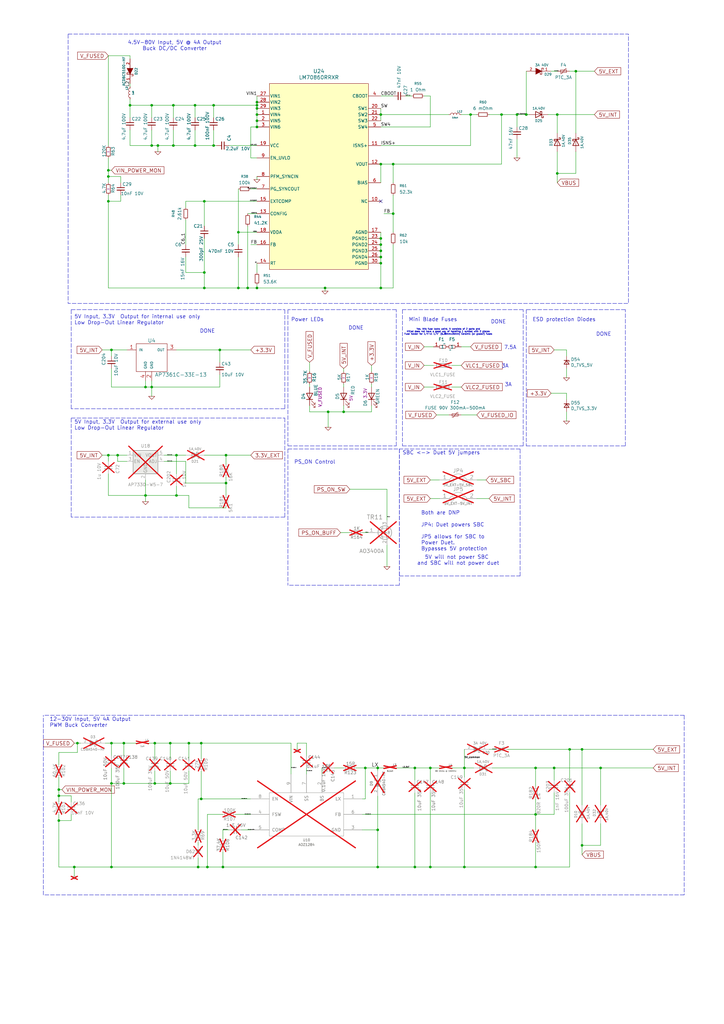
<source format=kicad_sch>
(kicad_sch (version 20250114) (generator "eeschema") (generator_version "9.0")
  (paper "A3" portrait)
  (title_block (title "Duet 3 Main Board 3DP") (date "2023-02-22") (rev "1.5") (company "3DPotter") (comment 1 "(c) 3DPotter"))
  (rectangle (start 27.94 13.97) (end 257.81 124.46) (stroke (width 0) (type dash)))
  (text "Both are DNP\n\nJP4: Duet powers SBC\n\nJP5 allows for SBC to\nPower Duet.\nBypasses 5V protection" (at 172.72 226.06 0) (effects (font (size 1.524 1.524)) (justify left bottom)))
  (text "5V will not power SBC \nand SBC will not power duet" (at 187.96 229.87 0) (effects (font (size 1.524 1.524))))
  (text "PS_ON Control" (at 120.65 190.5 0) (effects (font (size 1.524 1.524)) (justify left bottom)))
  (text "DONE\n" (at 85.09 135.89 0) (effects (font (size 1.524 1.524))))
  (text "3A\n" (at 207.01 158.75 0) (effects (font (size 1.524 1.524)) (justify left bottom)))
  (text "Mini Blade Fuses" (at 167.64 132.08 0) (effects (font (size 1.524 1.524)) (justify left bottom)))
  (text "7.5A" (at 206.756 143.51 0) (effects (font (size 1.524 1.524)) (justify left bottom)))
  (text "5V Input, 3.3V  Output for external use only\nLow Drop-Out Linear Regulator" (at 30.48 176.53 0) (effects (font (size 1.524 1.524)) (justify left bottom)))
  (text "Power LEDs" (at 119.38 132.08 0) (effects (font (size 1.524 1.524)) (justify left bottom)))
  (text "ESD protection Diodes" (at 218.44 132.08 0) (effects (font (size 1.524 1.524)) (justify left bottom)))
  (text "DONE\n" (at 247.65 137.16 0) (effects (font (size 1.524 1.524))))
  (text "DONE\n" (at 204.47 132.08 0) (effects (font (size 1.524 1.524))))
  (text "3A\n" (at 205.74 151.13 0) (effects (font (size 1.524 1.524)) (justify left bottom)))
  (text "5V Input, 3.3V  Output for internal use only\nLow Drop-Out Linear Regulator" (at 30.48 133.35 0) (effects (font (size 1.524 1.524)) (justify left bottom)))
  (text "4.5V-80V Input, 5V @ 4A Output\nBuck DC/DC Converter" (at 71.628 18.796 0) (effects (font (size 1.524 1.524))))
  (text "DONE\n" (at 146.05 134.62 0) (effects (font (size 1.524 1.524))))
  (text "12-30V Input, 5V 4A Output\nPWM Buck Converter\n" (at 20.32 298.45 0) (effects (font (size 1.524 1.524)) (justify left bottom)))
  (text "SBC <-> Duet 5V jumpers" (at 165.1 186.69 0) (effects (font (size 1.524 1.524)) (justify left bottom)))
  (text "Yes, this fuse looks weird, it consists of 2 parts and\nKiCad does not have a good way of handling 1 symbol with 2 pieces\nFuse holder for 1/4\"x1 1/4\" (6.38mmx35mm) Ceramic (or glass?) fuses" (at 183.896 136.144 0) (effects (font (size 0.635 0.635))))
  (junction (at 63.5 321.31))
  (junction (at 85.09 355.6))
  (junction (at 50.8 304.8))
  (junction (at 92.71 186.69))
  (junction (at 227.33 314.96))
  (junction (at 193.04 46.99))
  (junction (at 105.41 43.18))
  (junction (at 161.29 67.31))
  (junction (at 97.79 118.11))
  (junction (at 205.74 46.99))
  (junction (at 154.94 355.6))
  (junction (at 24.13 326.39))
  (junction (at 72.39 186.69))
  (junction (at 53.34 43.18))
  (junction (at 105.41 41.91))
  (junction (at 140.97 168.91))
  (junction (at 219.71 314.96))
  (junction (at 50.8 321.31))
  (junction (at 91.44 355.6))
  (junction (at 238.76 346.71))
  (junction (at 82.55 327.66))
  (junction (at 238.76 307.34))
  (junction (at 59.69 203.2))
  (junction (at 190.5 355.6))
  (junction (at 156.21 118.11))
  (junction (at 24.13 323.85))
  (junction (at 156.21 46.99))
  (junction (at 71.12 59.69))
  (junction (at 62.23 158.75))
  (junction (at 44.45 69.85))
  (junction (at 77.47 304.8))
  (junction (at 83.82 118.11))
  (junction (at 156.21 102.87))
  (junction (at 44.45 186.69))
  (junction (at 80.01 43.18))
  (junction (at 105.41 46.99))
  (junction (at 228.6 46.99))
  (junction (at 81.28 355.6))
  (junction (at 170.18 314.96))
  (junction (at 215.9 46.99))
  (junction (at 63.5 304.8))
  (junction (at 59.69 158.75))
  (junction (at 82.55 304.8))
  (junction (at 105.41 44.45))
  (junction (at 90.17 143.51))
  (junction (at 92.71 198.12))
  (junction (at 101.6 118.11))
  (junction (at 149.86 314.96))
  (junction (at 156.21 107.95))
  (junction (at 30.48 355.6))
  (junction (at 97.79 95.25))
  (junction (at 156.21 97.79))
  (junction (at 190.5 314.96))
  (junction (at 219.71 355.6))
  (junction (at 170.18 355.6))
  (junction (at 45.72 321.31))
  (junction (at 45.72 355.6))
  (junction (at 133.35 118.11))
  (junction (at 154.94 314.96))
  (junction (at 87.63 43.18))
  (junction (at 83.82 82.55))
  (junction (at 80.01 59.69))
  (junction (at 134.62 168.91))
  (junction (at 105.41 118.11))
  (junction (at 62.23 59.69))
  (junction (at 246.38 314.96))
  (junction (at 105.41 49.53))
  (junction (at 31.75 304.8))
  (junction (at 156.21 67.31))
  (junction (at 62.23 43.18))
  (junction (at 176.53 355.6))
  (junction (at 228.6 71.12))
  (junction (at 154.94 340.36))
  (junction (at 219.71 334.01))
  (junction (at 176.53 314.96))
  (junction (at 161.29 87.63))
  (junction (at 69.85 304.8))
  (junction (at 105.41 52.07))
  (junction (at 83.82 111.76))
  (junction (at 64.77 59.69))
  (junction (at 233.68 307.34))
  (junction (at 71.12 43.18))
  (junction (at 44.45 72.39))
  (junction (at 212.09 46.99))
  (junction (at 156.21 100.33))
  (junction (at 45.72 304.8))
  (junction (at 236.22 29.21))
  (junction (at 48.26 186.69))
  (junction (at 156.21 105.41))
  (junction (at 72.39 203.2))
  (junction (at 44.45 82.55))
  (junction (at 87.63 59.69))
  (junction (at 24.13 336.55))
  (junction (at 69.85 321.31))
  (junction (at 45.72 143.51))
  (no_connect (at 156.21 82.55))
  (wire (pts (xy 59.69 158.75) (xy 45.72 158.75)))
  (wire (pts (xy 59.69 203.2) (xy 59.69 196.85)))
  (wire (pts (xy 238.76 346.71) (xy 238.76 350.52)))
  (wire (pts (xy 228.6 29.21) (xy 226.06 29.21)))
  (wire (pts (xy 190.5 323.85) (xy 190.5 355.6)))
  (wire (pts (xy 238.76 307.34) (xy 238.76 330.2)))
  (wire (pts (xy 148.59 218.44) (xy 151.13 218.44)))
  (wire (pts (xy 238.76 337.82) (xy 238.76 346.71)))
  (wire (pts (xy 87.63 43.18) (xy 105.41 43.18)))
  (wire (pts (xy 200.66 204.47) (xy 195.58 204.47)))
  (wire (pts (xy 76.2 189.23) (xy 76.2 198.12)))
  (wire (pts (xy 83.82 118.11) (xy 97.79 118.11)))
  (wire (pts (xy 63.5 311.15) (xy 63.5 304.8)))
  (wire (pts (xy 62.23 43.18) (xy 71.12 43.18)))
  (wire (pts (xy 45.72 314.96) (xy 45.72 321.31)))
  (wire (pts (xy 45.72 321.31) (xy 45.72 355.6)))
  (wire (pts (xy 87.63 59.69) (xy 88.9 59.69)))
  (wire (pts (xy 77.47 321.31) (xy 77.47 316.23)))
  (wire (pts (xy 134.62 168.91) (xy 140.97 168.91)))
  (wire (pts (xy 140.97 168.91) (xy 140.97 166.37)))
  (wire (pts (xy 232.41 143.51) (xy 232.41 146.05)))
  (wire (pts (xy 156.21 95.25) (xy 156.21 97.79)))
  (wire (pts (xy 170.18 314.96) (xy 176.53 314.96)))
  (wire (pts (xy 185.42 149.86) (xy 189.23 149.86)))
  (wire (pts (xy 205.74 67.31) (xy 205.74 46.99)))
  (wire (pts (xy 44.45 194.31) (xy 44.45 203.2)))
  (wire (pts (xy 69.85 304.8) (xy 77.47 304.8)))
  (wire (pts (xy 105.41 118.11) (xy 101.6 118.11)))
  (wire (pts (xy 154.94 314.96) (xy 157.48 314.96)))
  (wire (pts (xy 152.4 158.75) (xy 152.4 157.48)))
  (wire (pts (xy 92.71 208.28) (xy 77.47 208.28)))
  (wire (pts (xy 161.29 67.31) (xy 205.74 67.31)))
  (wire (pts (xy 215.9 46.99) (xy 217.17 46.99)))
  (wire (pts (xy 105.41 64.77) (xy 102.87 64.77)))
  (wire (pts (xy 24.13 318.77) (xy 24.13 323.85)))
  (wire (pts (xy 195.58 170.18) (xy 189.23 170.18)))
  (wire (pts (xy 97.79 95.25) (xy 105.41 95.25)))
  (wire (pts (xy 156.21 39.37) (xy 161.29 39.37)))
  (wire (pts (xy 83.82 82.55) (xy 76.2 82.55)))
  (wire (pts (xy 49.53 82.55) (xy 49.53 80.01)))
  (wire (pts (xy 233.68 355.6) (xy 219.71 355.6)))
  (wire (pts (xy 59.69 203.2) (xy 59.69 205.74)))
  (wire (pts (xy 102.87 77.47) (xy 105.41 77.47)))
  (wire (pts (xy 176.53 355.6) (xy 176.53 325.12)))
  (wire (pts (xy 227.33 314.96) (xy 219.71 314.96)))
  (wire (pts (xy 81.28 327.66) (xy 82.55 327.66)))
  (wire (pts (xy 133.35 118.11) (xy 156.21 118.11)))
  (wire (pts (xy 52.07 189.23) (xy 48.26 189.23)))
  (wire (pts (xy 41.91 186.69) (xy 44.45 186.69)))
  (polyline (pts (xy 116.84 212.09) (xy 29.21 212.09)) (stroke (width 0) (type dash)))
  (wire (pts (xy 228.6 71.12) (xy 228.6 74.93)))
  (wire (pts (xy 146.05 314.96) (xy 149.86 314.96)))
  (wire (pts (xy 140.97 158.75) (xy 140.97 157.48)))
  (polyline (pts (xy 215.9 127) (xy 215.9 182.88)) (stroke (width 0) (type dash)))
  (wire (pts (xy 201.93 314.96) (xy 219.71 314.96)))
  (wire (pts (xy 92.71 198.12) (xy 92.71 203.2)))
  (wire (pts (xy 71.12 59.69) (xy 64.77 59.69)))
  (wire (pts (xy 121.92 304.8) (xy 125.73 304.8)))
  (wire (pts (xy 50.8 314.96) (xy 50.8 321.31)))
  (wire (pts (xy 62.23 162.56) (xy 62.23 158.75)))
  (wire (pts (xy 219.71 334.01) (xy 219.71 340.36)))
  (wire (pts (xy 63.5 321.31) (xy 69.85 321.31)))
  (wire (pts (xy 24.13 336.55) (xy 29.21 336.55)))
  (wire (pts (xy 93.98 59.69) (xy 105.41 59.69)))
  (wire (pts (xy 139.7 218.44) (xy 143.51 218.44)))
  (wire (pts (xy 44.45 69.85) (xy 44.45 72.39)))
  (wire (pts (xy 127 168.91) (xy 127 166.37)))
  (wire (pts (xy 80.01 53.34) (xy 80.01 59.69)))
  (wire (pts (xy 92.71 195.58) (xy 92.71 198.12)))
  (wire (pts (xy 176.53 52.07) (xy 176.53 39.37)))
  (wire (pts (xy 102.87 52.07) (xy 105.41 52.07)))
  (wire (pts (xy 71.12 59.69) (xy 80.01 59.69)))
  (polyline (pts (xy 29.21 212.09) (xy 29.21 171.45)) (stroke (width 0) (type dash)))
  (wire (pts (xy 158.75 223.52) (xy 158.75 232.41)))
  (polyline (pts (xy 163.83 240.03) (xy 118.11 240.03)) (stroke (width 0) (type dash)))
  (wire (pts (xy 203.2 307.34) (xy 200.66 307.34)))
  (polyline (pts (xy 118.11 184.15) (xy 163.83 184.15)) (stroke (width 0) (type dash)))
  (wire (pts (xy 72.39 186.69) (xy 76.2 186.69)))
  (wire (pts (xy 53.34 43.18) (xy 53.34 48.26)))
  (wire (pts (xy 224.79 46.99) (xy 228.6 46.99)))
  (wire (pts (xy 232.41 154.94) (xy 232.41 151.13)))
  (wire (pts (xy 44.45 22.86) (xy 44.45 59.69)))
  (wire (pts (xy 105.41 46.99) (xy 105.41 49.53)))
  (wire (pts (xy 185.42 314.96) (xy 190.5 314.96)))
  (wire (pts (xy 81.28 355.6) (xy 85.09 355.6)))
  (wire (pts (xy 176.53 355.6) (xy 190.5 355.6)))
  (wire (pts (xy 45.72 304.8) (xy 45.72 309.88)))
  (wire (pts (xy 29.21 336.55) (xy 29.21 334.01)))
  (wire (pts (xy 149.86 327.66) (xy 149.86 314.96)))
  (wire (pts (xy 125.73 314.96) (xy 125.73 317.5)))
  (wire (pts (xy 156.21 44.45) (xy 156.21 46.99)))
  (wire (pts (xy 127 158.75) (xy 127 157.48)))
  (wire (pts (xy 236.22 29.21) (xy 236.22 54.61)))
  (wire (pts (xy 24.13 355.6) (xy 30.48 355.6)))
  (wire (pts (xy 24.13 326.39) (xy 24.13 328.93)))
  (wire (pts (xy 97.79 100.33) (xy 97.79 95.25)))
  (wire (pts (xy 161.29 100.33) (xy 161.29 118.11)))
  (wire (pts (xy 41.91 143.51) (xy 45.72 143.51)))
  (wire (pts (xy 246.38 314.96) (xy 246.38 330.2)))
  (wire (pts (xy 228.6 46.99) (xy 243.84 46.99)))
  (wire (pts (xy 30.48 304.8) (xy 31.75 304.8)))
  (wire (pts (xy 45.72 69.85) (xy 44.45 69.85)))
  (wire (pts (xy 81.28 351.79) (xy 81.28 355.6)))
  (wire (pts (xy 215.9 29.21) (xy 215.9 46.99)))
  (wire (pts (xy 53.34 43.18) (xy 62.23 43.18)))
  (polyline (pts (xy 214.63 182.88) (xy 214.63 127)) (stroke (width 0) (type dash)))
  (wire (pts (xy 189.23 46.99) (xy 193.04 46.99)))
  (wire (pts (xy 24.13 326.39) (xy 29.21 326.39)))
  (wire (pts (xy 60.96 304.8) (xy 63.5 304.8)))
  (wire (pts (xy 71.12 53.34) (xy 71.12 59.69)))
  (wire (pts (xy 24.13 323.85) (xy 24.13 326.39)))
  (wire (pts (xy 90.17 158.75) (xy 62.23 158.75)))
  (wire (pts (xy 69.85 311.15) (xy 69.85 304.8)))
  (wire (pts (xy 156.21 102.87) (xy 156.21 105.41)))
  (polyline (pts (xy 118.11 127) (xy 118.11 182.88)) (stroke (width 0) (type dash)))
  (wire (pts (xy 154.94 340.36) (xy 154.94 326.39)))
  (wire (pts (xy 161.29 87.63) (xy 161.29 80.01)))
  (polyline (pts (xy 116.84 167.64) (xy 29.21 167.64)) (stroke (width 0) (type dash)))
  (wire (pts (xy 105.41 118.11) (xy 133.35 118.11)))
  (wire (pts (xy 83.82 92.71) (xy 83.82 82.55)))
  (polyline (pts (xy 256.54 127) (xy 215.9 127)) (stroke (width 0) (type dash)))
  (wire (pts (xy 162.56 314.96) (xy 170.18 314.96)))
  (wire (pts (xy 176.53 204.47) (xy 180.34 204.47)))
  (wire (pts (xy 69.85 316.23) (xy 69.85 321.31)))
  (wire (pts (xy 219.71 314.96) (xy 219.71 322.58)))
  (wire (pts (xy 97.79 118.11) (xy 97.79 105.41)))
  (wire (pts (xy 149.86 314.96) (xy 154.94 314.96)))
  (wire (pts (xy 212.09 46.99) (xy 212.09 52.07)))
  (wire (pts (xy 189.23 142.24) (xy 193.04 142.24)))
  (wire (pts (xy 246.38 346.71) (xy 246.38 337.82)))
  (wire (pts (xy 102.87 100.33) (xy 105.41 100.33)))
  (wire (pts (xy 80.01 43.18) (xy 87.63 43.18)))
  (wire (pts (xy 190.5 318.77) (xy 190.5 314.96)))
  (polyline (pts (xy 165.1 127) (xy 165.1 182.88)) (stroke (width 0) (type dash)))
  (wire (pts (xy 82.55 316.23) (xy 82.55 327.66)))
  (wire (pts (xy 105.41 43.18) (xy 105.41 44.45)))
  (wire (pts (xy 132.08 317.5) (xy 132.08 314.96)))
  (wire (pts (xy 64.77 59.69) (xy 64.77 62.23)))
  (wire (pts (xy 185.42 158.75) (xy 189.23 158.75)))
  (wire (pts (xy 227.33 314.96) (xy 227.33 320.04)))
  (polyline (pts (xy 29.21 167.64) (xy 29.21 127)) (stroke (width 0) (type dash)))
  (wire (pts (xy 101.6 87.63) (xy 105.41 87.63)))
  (wire (pts (xy 200.66 46.99) (xy 205.74 46.99)))
  (wire (pts (xy 82.55 304.8) (xy 82.55 311.15)))
  (wire (pts (xy 127 168.91) (xy 134.62 168.91)))
  (wire (pts (xy 173.99 158.75) (xy 177.8 158.75)))
  (wire (pts (xy 125.73 304.8) (xy 125.73 309.88)))
  (wire (pts (xy 93.98 340.36) (xy 91.44 340.36)))
  (wire (pts (xy 44.45 72.39) (xy 44.45 74.93)))
  (wire (pts (xy 219.71 327.66) (xy 219.71 334.01)))
  (wire (pts (xy 59.69 156.21) (xy 59.69 158.75)))
  (wire (pts (xy 76.2 198.12) (xy 92.71 198.12)))
  (wire (pts (xy 30.48 355.6) (xy 30.48 359.41)))
  (wire (pts (xy 44.45 118.11) (xy 83.82 118.11)))
  (wire (pts (xy 105.41 44.45) (xy 105.41 46.99)))
  (wire (pts (xy 97.79 95.25) (xy 97.79 77.47)))
  (wire (pts (xy 83.82 111.76) (xy 76.2 111.76)))
  (wire (pts (xy 67.31 189.23) (xy 76.2 189.23)))
  (wire (pts (xy 72.39 194.31) (xy 72.39 186.69)))
  (wire (pts (xy 92.71 186.69) (xy 102.87 186.69)))
  (wire (pts (xy 140.97 168.91) (xy 152.4 168.91)))
  (wire (pts (xy 212.09 64.77) (xy 212.09 57.15)))
  (wire (pts (xy 156.21 105.41) (xy 156.21 107.95)))
  (wire (pts (xy 173.99 142.24) (xy 177.8 142.24)))
  (wire (pts (xy 85.09 334.01) (xy 91.44 334.01)))
  (wire (pts (xy 233.68 320.04) (xy 233.68 307.34)))
  (wire (pts (xy 156.21 67.31) (xy 161.29 67.31)))
  (wire (pts (xy 83.82 97.79) (xy 83.82 111.76)))
  (wire (pts (xy 82.55 304.8) (xy 119.38 304.8)))
  (polyline (pts (xy 118.11 184.15) (xy 118.11 240.03)) (stroke (width 0) (type dash)))
  (wire (pts (xy 77.47 311.15) (xy 77.47 304.8)))
  (wire (pts (xy 228.6 62.23) (xy 228.6 71.12)))
  (wire (pts (xy 96.52 334.01) (xy 102.87 334.01)))
  (wire (pts (xy 140.97 151.13) (xy 140.97 152.4)))
  (wire (pts (xy 50.8 304.8) (xy 55.88 304.8)))
  (wire (pts (xy 53.34 53.34) (xy 53.34 59.69)))
  (wire (pts (xy 208.28 307.34) (xy 233.68 307.34)))
  (wire (pts (xy 76.2 85.09) (xy 76.2 82.55)))
  (wire (pts (xy 156.21 46.99) (xy 156.21 49.53)))
  (wire (pts (xy 232.41 172.72) (xy 232.41 168.91)))
  (wire (pts (xy 45.72 143.51) (xy 52.07 143.51)))
  (polyline (pts (xy 29.21 171.45) (xy 116.84 171.45)) (stroke (width 0) (type dash)))
  (wire (pts (xy 193.04 46.99) (xy 195.58 46.99)))
  (wire (pts (xy 48.26 186.69) (xy 52.07 186.69)))
  (wire (pts (xy 236.22 29.21) (xy 243.84 29.21)))
  (wire (pts (xy 154.94 355.6) (xy 170.18 355.6)))
  (wire (pts (xy 166.37 39.37) (xy 168.91 39.37)))
  (wire (pts (xy 119.38 317.5) (xy 119.38 304.8)))
  (wire (pts (xy 45.72 158.75) (xy 45.72 151.13)))
  (polyline (pts (xy 163.83 184.15) (xy 163.83 240.03)) (stroke (width 0) (type dash)))
  (wire (pts (xy 219.71 345.44) (xy 219.71 355.6)))
  (wire (pts (xy 180.34 314.96) (xy 176.53 314.96)))
  (wire (pts (xy 71.12 43.18) (xy 71.12 48.26)))
  (wire (pts (xy 44.45 186.69) (xy 48.26 186.69)))
  (wire (pts (xy 63.5 316.23) (xy 63.5 321.31)))
  (wire (pts (xy 161.29 118.11) (xy 156.21 118.11)))
  (wire (pts (xy 91.44 340.36) (xy 91.44 344.17)))
  (polyline (pts (xy 116.84 127) (xy 116.84 167.64)) (stroke (width 0) (type dash)))
  (wire (pts (xy 157.48 87.63) (xy 161.29 87.63)))
  (wire (pts (xy 219.71 334.01) (xy 227.33 334.01)))
  (wire (pts (xy 24.13 336.55) (xy 24.13 355.6)))
  (wire (pts (xy 87.63 43.18) (xy 87.63 48.26)))
  (wire (pts (xy 91.44 349.25) (xy 91.44 355.6)))
  (wire (pts (xy 25.4 323.85) (xy 24.13 323.85)))
  (wire (pts (xy 30.48 355.6) (xy 45.72 355.6)))
  (wire (pts (xy 173.99 149.86) (xy 177.8 149.86)))
  (wire (pts (xy 76.2 111.76) (xy 76.2 105.41)))
  (wire (pts (xy 102.87 64.77) (xy 102.87 52.07)))
  (wire (pts (xy 77.47 203.2) (xy 72.39 203.2)))
  (wire (pts (xy 156.21 52.07) (xy 176.53 52.07)))
  (wire (pts (xy 83.82 186.69) (xy 92.71 186.69)))
  (wire (pts (xy 232.41 161.29) (xy 232.41 163.83)))
  (wire (pts (xy 176.53 39.37) (xy 173.99 39.37)))
  (wire (pts (xy 227.33 143.51) (xy 232.41 143.51)))
  (wire (pts (xy 228.6 71.12) (xy 236.22 71.12)))
  (wire (pts (xy 233.68 325.12) (xy 233.68 355.6)))
  (wire (pts (xy 170.18 320.04) (xy 170.18 314.96)))
  (wire (pts (xy 43.18 304.8) (xy 45.72 304.8)))
  (wire (pts (xy 90.17 143.51) (xy 102.87 143.51)))
  (wire (pts (xy 190.5 355.6) (xy 219.71 355.6)))
  (wire (pts (xy 92.71 186.69) (xy 92.71 190.5)))
  (wire (pts (xy 91.44 355.6) (xy 154.94 355.6)))
  (wire (pts (xy 105.41 49.53) (xy 105.41 52.07)))
  (wire (pts (xy 97.79 118.11) (xy 101.6 118.11)))
  (wire (pts (xy 236.22 71.12) (xy 236.22 62.23)))
  (wire (pts (xy 62.23 53.34) (xy 62.23 59.69)))
  (wire (pts (xy 161.29 67.31) (xy 161.29 74.93)))
  (wire (pts (xy 81.28 327.66) (xy 81.28 340.36)))
  (wire (pts (xy 53.34 22.86) (xy 44.45 22.86)))
  (wire (pts (xy 127 148.59) (xy 127 152.4)))
  (wire (pts (xy 45.72 321.31) (xy 50.8 321.31)))
  (wire (pts (xy 105.41 73.66) (xy 105.41 72.39)))
  (wire (pts (xy 105.41 41.91) (xy 105.41 43.18)))
  (wire (pts (xy 76.2 100.33) (xy 76.2 90.17)))
  (wire (pts (xy 246.38 314.96) (xy 267.97 314.96)))
  (wire (pts (xy 179.07 170.18) (xy 184.15 170.18)))
  (polyline (pts (xy 17.78 367.03) (xy 17.78 293.37)) (stroke (width 0) (type dash)))
  (wire (pts (xy 87.63 53.34) (xy 87.63 59.69)))
  (wire (pts (xy 31.75 308.61) (xy 31.75 304.8)))
  (wire (pts (xy 72.39 203.2) (xy 72.39 199.39)))
  (wire (pts (xy 24.13 308.61) (xy 24.13 313.69)))
  (wire (pts (xy 50.8 321.31) (xy 63.5 321.31)))
  (polyline (pts (xy 213.36 184.15) (xy 163.83 184.15)) (stroke (width 0) (type dash)))
  (wire (pts (xy 29.21 326.39) (xy 29.21 328.93)))
  (wire (pts (xy 44.45 72.39) (xy 49.53 72.39)))
  (wire (pts (xy 121.92 307.34) (xy 121.92 304.8)))
  (wire (pts (xy 77.47 304.8) (xy 82.55 304.8)))
  (wire (pts (xy 148.59 334.01) (xy 219.71 334.01)))
  (wire (pts (xy 205.74 46.99) (xy 212.09 46.99)))
  (polyline (pts (xy 29.21 127) (xy 116.84 127)) (stroke (width 0) (type dash)))
  (wire (pts (xy 63.5 304.8) (xy 69.85 304.8)))
  (wire (pts (xy 102.87 340.36) (xy 99.06 340.36)))
  (wire (pts (xy 82.55 327.66) (xy 102.87 327.66)))
  (wire (pts (xy 190.5 307.34) (xy 190.5 314.96)))
  (polyline (pts (xy 280.67 293.37) (xy 280.67 367.03)) (stroke (width 0) (type dash)))
  (wire (pts (xy 176.53 196.85) (xy 180.34 196.85)))
  (wire (pts (xy 24.13 308.61) (xy 31.75 308.61)))
  (wire (pts (xy 45.72 146.05) (xy 45.72 143.51)))
  (wire (pts (xy 44.45 82.55) (xy 49.53 82.55)))
  (wire (pts (xy 156.21 107.95) (xy 156.21 118.11)))
  (wire (pts (xy 170.18 355.6) (xy 176.53 355.6)))
  (polyline (pts (xy 256.54 182.88) (xy 256.54 127)) (stroke (width 0) (type dash)))
  (wire (pts (xy 101.6 92.71) (xy 101.6 118.11)))
  (polyline (pts (xy 118.11 182.88) (xy 162.56 182.88)) (stroke (width 0) (type dash)))
  (wire (pts (xy 62.23 43.18) (xy 62.23 48.26)))
  (polyline (pts (xy 280.67 293.37) (xy 17.78 293.37)) (stroke (width 0) (type dash)))
  (wire (pts (xy 194.31 314.96) (xy 190.5 314.96)))
  (wire (pts (xy 152.4 168.91) (xy 152.4 166.37)))
  (wire (pts (xy 133.35 118.11) (xy 133.35 119.38)))
  (polyline (pts (xy 280.67 367.03) (xy 17.78 367.03)) (stroke (width 0) (type dash)))
  (wire (pts (xy 80.01 59.69) (xy 87.63 59.69)))
  (wire (pts (xy 90.17 153.67) (xy 90.17 158.75)))
  (wire (pts (xy 137.16 314.96) (xy 140.97 314.96)))
  (wire (pts (xy 158.75 200.66) (xy 158.75 213.36)))
  (wire (pts (xy 48.26 189.23) (xy 48.26 186.69)))
  (polyline (pts (xy 165.1 182.88) (xy 214.63 182.88)) (stroke (width 0) (type dash)))
  (wire (pts (xy 227.33 334.01) (xy 227.33 325.12)))
  (wire (pts (xy 45.72 355.6) (xy 81.28 355.6)))
  (wire (pts (xy 45.72 304.8) (xy 50.8 304.8)))
  (wire (pts (xy 156.21 67.31) (xy 156.21 74.93)))
  (polyline (pts (xy 162.56 127) (xy 118.11 127)) (stroke (width 0) (type dash)))
  (wire (pts (xy 59.69 158.75) (xy 62.23 158.75)))
  (wire (pts (xy 156.21 46.99) (xy 184.15 46.99)))
  (wire (pts (xy 238.76 346.71) (xy 246.38 346.71)))
  (wire (pts (xy 83.82 82.55) (xy 105.41 82.55)))
  (wire (pts (xy 233.68 29.21) (xy 236.22 29.21)))
  (wire (pts (xy 105.41 107.95) (xy 105.41 111.76)))
  (wire (pts (xy 90.17 143.51) (xy 90.17 148.59)))
  (wire (pts (xy 212.09 46.99) (xy 215.9 46.99)))
  (wire (pts (xy 85.09 334.01) (xy 85.09 355.6)))
  (wire (pts (xy 31.75 304.8) (xy 33.02 304.8)))
  (wire (pts (xy 53.34 24.13) (xy 53.34 22.86)))
  (wire (pts (xy 44.45 80.01) (xy 44.45 82.55)))
  (wire (pts (xy 44.45 189.23) (xy 44.45 186.69)))
  (wire (pts (xy 161.29 87.63) (xy 161.29 95.25)))
  (wire (pts (xy 53.34 40.64) (xy 53.34 43.18)))
  (wire (pts (xy 85.09 355.6) (xy 91.44 355.6)))
  (wire (pts (xy 62.23 59.69) (xy 64.77 59.69)))
  (wire (pts (xy 80.01 43.18) (xy 80.01 48.26)))
  (wire (pts (xy 134.62 168.91) (xy 134.62 175.26)))
  (wire (pts (xy 77.47 208.28) (xy 77.47 203.2)))
  (wire (pts (xy 44.45 203.2) (xy 59.69 203.2)))
  (wire (pts (xy 44.45 118.11) (xy 44.45 82.55)))
  (wire (pts (xy 53.34 59.69) (xy 62.23 59.69)))
  (wire (pts (xy 44.45 64.77) (xy 44.45 69.85)))
  (wire (pts (xy 67.31 186.69) (xy 72.39 186.69)))
  (polyline (pts (xy 116.84 171.45) (xy 116.84 212.09)) (stroke (width 0) (type dash)))
  (polyline (pts (xy 162.56 182.88) (xy 162.56 127)) (stroke (width 0) (type dash)))
  (wire (pts (xy 246.38 314.96) (xy 227.33 314.96)))
  (wire (pts (xy 105.41 116.84) (xy 105.41 118.11)))
  (wire (pts (xy 156.21 59.69) (xy 193.04 59.69)))
  (wire (pts (xy 193.04 59.69) (xy 193.04 46.99)))
  (polyline (pts (xy 213.36 236.22) (xy 213.36 184.15)) (stroke (width 0) (type dash)))
  (wire (pts (xy 72.39 143.51) (xy 90.17 143.51)))
  (wire (pts (xy 105.41 39.37) (xy 105.41 41.91)))
  (wire (pts (xy 238.76 307.34) (xy 233.68 307.34)))
  (wire (pts (xy 148.59 340.36) (xy 154.94 340.36)))
  (wire (pts (xy 156.21 100.33) (xy 156.21 102.87)))
  (wire (pts (xy 228.6 46.99) (xy 228.6 54.61)))
  (wire (pts (xy 81.28 345.44) (xy 81.28 346.71)))
  (wire (pts (xy 199.39 196.85) (xy 195.58 196.85)))
  (wire (pts (xy 143.51 200.66) (xy 158.75 200.66)))
  (wire (pts (xy 152.4 149.86) (xy 152.4 152.4)))
  (polyline (pts (xy 163.83 184.15) (xy 163.83 236.22)) (stroke (width 0) (type dash)))
  (wire (pts (xy 154.94 316.23) (xy 154.94 314.96)))
  (wire (pts (xy 83.82 111.76) (xy 83.82 118.11)))
  (wire (pts (xy 176.53 320.04) (xy 176.53 314.96)))
  (polyline (pts (xy 214.63 127) (xy 165.1 127)) (stroke (width 0) (type dash)))
  (wire (pts (xy 62.23 158.75) (xy 62.23 156.21)))
  (wire (pts (xy 154.94 340.36) (xy 154.94 355.6)))
  (wire (pts (xy 148.59 327.66) (xy 149.86 327.66)))
  (wire (pts (xy 59.69 203.2) (xy 72.39 203.2)))
  (wire (pts (xy 71.12 43.18) (xy 80.01 43.18)))
  (wire (pts (xy 49.53 72.39) (xy 49.53 74.93)))
  (wire (pts (xy 53.34 34.29) (xy 53.34 35.56)))
  (polyline (pts (xy 215.9 182.88) (xy 256.54 182.88)) (stroke (width 0) (type dash)))
  (wire (pts (xy 238.76 307.34) (xy 267.97 307.34)))
  (wire (pts (xy 226.06 161.29) (xy 232.41 161.29)))
  (wire (pts (xy 170.18 325.12) (xy 170.18 355.6)))
  (wire (pts (xy 24.13 334.01) (xy 24.13 336.55)))
  (wire (pts (xy 69.85 321.31) (xy 77.47 321.31)))
  (wire (pts (xy 156.21 97.79) (xy 156.21 100.33)))
  (wire (pts (xy 50.8 309.88) (xy 50.8 304.8)))
  (polyline (pts (xy 163.83 236.22) (xy 213.36 236.22)) (stroke (width 0) (type dash)))
  (label "5v_ext_fuse" (at 201.93 307.34 0) (effects (font (size 0.2 0.2))))
  (label "5VIN_BUCK_FB" (at 149.86 334.01 0) (effects (font (size 0.2032 0.2032))))
  (label "TR11_D" (at 158.75 212.09 0) (effects (font (size 0.2032 0.2032))))
  (label "3V3_EXT_OUT" (at 68.58 186.69 0) (effects (font (size 0.2032 0.2032))))
  (label "PG_SYNCOUT" (at 105.41 77.47 180) (effects (font (size 0.4064 0.4064))))
  (label "5V_Common" (at 215.9 46.99 180) (effects (font (size 0.4064 0.4064))))
  (label "CONFIG" (at 105.41 87.63 180) (effects (font (size 0.4064 0.4064))))
  (label "5VIN_BUCK_EN" (at 99.06 327.66 0) (effects (font (size 0.2032 0.2032))))
  (label "5VIN_BUCK_IN" (at 119.38 314.96 0) (effects (font (size 0.2032 0.2032))))
  (label "L2" (at 53.34 35.56 90))
  (label "FB" (at 157.48 87.63 0))
  (label "C6_1" (at 76.2 100.33 90))
  (label "RT" (at 105.41 107.95 180) (effects (font (size 0.4064 0.4064))))
  (label "CAP_VCC" (at 105.41 59.69 180) (effects (font (size 0.4064 0.4064))))
  (label "CBOOT" (at 156.21 39.37 0))
  (label "VIN1" (at 105.41 39.37 180))
  (label "SW" (at 156.21 44.45 0))
  (label "5V_common" (at 190.5 311.15 0) (effects (font (size 0.7112 0.7112))))
  (label "5VIN_BUCK_SS" (at 125.73 316.23 0) (effects (font (size 0.2032 0.2032))))
  (label "SW4" (at 156.21 52.07 0))
  (label "5v_ext_fuse" (at 227.33 29.21 0) (effects (font (size 0.2 0.2))))
  (label "C27_1" (at 166.37 39.37 0) (effects (font (size 0.4064 0.4064))))
  (label "L3_OUT" (at 165.1 314.96 0) (effects (font (size 0.508 0.508))))
  (label "LX" (at 152.4 314.96 0) (effects (font (size 1.524 1.524))))
  (label "3V3_EXT_ADJ" (at 68.58 189.23 0) (effects (font (size 0.2032 0.2032))))
  (label "5VIN_BUCK_FSW" (at 100.33 334.01 0) (effects (font (size 0.2032 0.2032))))
  (label "FB" (at 102.87 100.33 0))
  (label "EXTCOMP" (at 105.41 82.55 180) (effects (font (size 0.4064 0.4064))))
  (label "5VIN_BUCK_BS" (at 132.08 314.96 0) (effects (font (size 0.2032 0.2032))))
  (label "VDDA" (at 105.41 95.25 180) (effects (font (size 0.4064 0.4064))))
  (label "TR11_G" (at 149.86 218.44 0) (effects (font (size 0.2032 0.2032))))
  (label "COMP_CAP_R" (at 91.44 340.36 0) (effects (font (size 0.2032 0.2032))))
  (label "5VIN_BUCK_COMP" (at 101.6 340.36 0) (effects (font (size 0.2032 0.2032))))
  (label "ISNS+" (at 156.21 59.69 0))
  (global_label "VLC1_FUSED" (shape input) (at 189.23 149.86 0) (effects (font (size 1.524 1.524))) (property "Intersheetrefs" "${INTERSHEET_REFS}" (effects (hide yes))))
  (global_label "V_IN" (shape input) (at 173.99 142.24 180) (effects (font (size 1.524 1.524))) (property "Intersheetrefs" "${INTERSHEET_REFS}" (effects (hide yes))))
  (global_label "V_FUSED" (shape input) (at 193.04 142.24 0) (effects (font (size 1.524 1.524))) (property "Intersheetrefs" "${INTERSHEET_REFS}" (effects (hide yes))))
  (global_label "VBUS" (shape input) (at 238.76 350.52 0) (effects (font (size 1.524 1.524))) (property "Intersheetrefs" "${INTERSHEET_REFS}" (effects (hide yes))))
  (global_label "VLC2_FUSED" (shape input) (at 189.23 158.75 0) (effects (font (size 1.524 1.524))) (property "Intersheetrefs" "${INTERSHEET_REFS}" (effects (hide yes))))
  (global_label "+3.3V" (shape input) (at 102.87 143.51 0) (effects (font (size 1.524 1.524))) (property "Intersheetrefs" "${INTERSHEET_REFS}" (effects (hide yes))))
  (global_label "PS_ON_BUFF" (shape input) (at 139.7 218.44 180) (effects (font (size 1.524 1.524))) (property "Intersheetrefs" "${INTERSHEET_REFS}" (effects (hide yes))))
  (global_label "PS_ON_SW" (shape input) (at 143.51 200.66 180) (effects (font (size 1.524 1.524))) (property "Intersheetrefs" "${INTERSHEET_REFS}" (effects (hide yes))))
  (global_label "V_FUSED" (shape input) (at 179.07 170.18 180) (effects (font (size 1.524 1.524))) (property "Intersheetrefs" "${INTERSHEET_REFS}" (effects (hide yes))))
  (global_label "+3.3V" (shape input) (at 226.06 161.29 180) (effects (font (size 1.524 1.524))) (property "Intersheetrefs" "${INTERSHEET_REFS}" (effects (hide yes))))
  (global_label "V_FUSED" (shape input) (at 44.45 22.86 180) (effects (font (size 1.524 1.524))) (property "Intersheetrefs" "${INTERSHEET_REFS}" (effects (hide yes))))
  (global_label "VIN_POWER_MON" (shape input) (at 45.72 69.85 0) (effects (font (size 1.524 1.524))) (property "Intersheetrefs" "${INTERSHEET_REFS}" (effects (hide yes))))
  (global_label "5V_EXT" (shape input) (at 176.53 204.47 180) (effects (font (size 1.524 1.524))) (property "Intersheetrefs" "${INTERSHEET_REFS}" (effects (hide yes))))
  (global_label "VIN_POWER_MON" (shape input) (at 25.4 323.85 0) (effects (font (size 1.524 1.524))) (property "Intersheetrefs" "${INTERSHEET_REFS}" (effects (hide yes))))
  (global_label "5V_SBC" (shape input) (at 199.39 196.85 0) (effects (font (size 1.524 1.524))) (property "Intersheetrefs" "${INTERSHEET_REFS}" (effects (hide yes))))
  (global_label "+3.3V" (shape input) (at 152.4 149.86 90) (effects (font (size 1.524 1.524))) (property "Intersheetrefs" "${INTERSHEET_REFS}" (effects (hide yes))))
  (global_label "5V_INT" (shape input) (at 41.91 186.69 180) (effects (font (size 1.524 1.524))) (property "Intersheetrefs" "${INTERSHEET_REFS}" (effects (hide yes))))
  (global_label "5V_INT" (shape input) (at 200.66 204.47 0) (effects (font (size 1.524 1.524))) (property "Intersheetrefs" "${INTERSHEET_REFS}" (effects (hide yes))))
  (global_label "5V_INT" (shape input) (at 267.97 314.96 0) (effects (font (size 1.524 1.524))) (property "Intersheetrefs" "${INTERSHEET_REFS}" (effects (hide yes))))
  (global_label "V_FUSED" (shape input) (at 127 148.59 90) (effects (font (size 1.524 1.524))) (property "Intersheetrefs" "${INTERSHEET_REFS}" (effects (hide yes))))
  (global_label "VBUS" (shape input) (at 228.6 74.93 0) (effects (font (size 1.524 1.524))) (property "Intersheetrefs" "${INTERSHEET_REFS}" (effects (hide yes))))
  (global_label "5V_EXT" (shape input) (at 267.97 307.34 0) (effects (font (size 1.524 1.524))) (property "Intersheetrefs" "${INTERSHEET_REFS}" (effects (hide yes))))
  (global_label "5V_EXT" (shape input) (at 176.53 196.85 180) (effects (font (size 1.524 1.524))) (property "Intersheetrefs" "${INTERSHEET_REFS}" (effects (hide yes))))
  (global_label "5V_INT" (shape input) (at 41.91 143.51 180) (effects (font (size 1.524 1.524))) (property "Intersheetrefs" "${INTERSHEET_REFS}" (effects (hide yes))))
  (global_label "5V_EXT" (shape input) (at 243.84 29.21 0) (effects (font (size 1.524 1.524))) (property "Intersheetrefs" "${INTERSHEET_REFS}" (effects (hide yes))))
  (global_label "V_IN" (shape input) (at 173.99 158.75 180) (effects (font (size 1.524 1.524))) (property "Intersheetrefs" "${INTERSHEET_REFS}" (effects (hide yes))))
  (global_label "3.3V_EXT" (shape input) (at 102.87 186.69 0) (effects (font (size 1.524 1.524))) (property "Intersheetrefs" "${INTERSHEET_REFS}" (effects (hide yes))))
  (global_label "V_FUSED" (shape input) (at 30.48 304.8 180) (effects (font (size 1.524 1.524))) (property "Intersheetrefs" "${INTERSHEET_REFS}" (effects (hide yes))))
  (global_label "5V_INT" (shape input) (at 227.33 143.51 180) (effects (font (size 1.524 1.524))) (property "Intersheetrefs" "${INTERSHEET_REFS}" (effects (hide yes))))
  (global_label "5V_INT" (shape input) (at 140.97 151.13 90) (effects (font (size 1.524 1.524))) (property "Intersheetrefs" "${INTERSHEET_REFS}" (effects (hide yes))))
  (global_label "V_FUSED_IO" (shape input) (at 195.58 170.18 0) (effects (font (size 1.524 1.524))) (property "Intersheetrefs" "${INTERSHEET_REFS}" (effects (hide yes))))
  (global_label "V_IN" (shape input) (at 173.99 149.86 180) (effects (font (size 1.524 1.524))) (property "Intersheetrefs" "${INTERSHEET_REFS}" (effects (hide yes))))
  (global_label "5V_INT" (shape input) (at 243.84 46.99 0) (effects (font (size 1.524 1.524))) (property "Intersheetrefs" "${INTERSHEET_REFS}" (effects (hide yes))))
  (symbol (lib_id "Device:C_Small") (at 90.17 151.13 0) (unit 1)
    (property "Reference" "C43" (at 90.805 149.225 0) (effects (justify left)))
    (property "Value" "10uF 10V" (at 90.805 153.67 0) (effects (justify left)))
    (property "Footprint" "Capacitor_SMD:C_0805_2012Metric" (effects (hide yes)))
    (property "Part Number" "GCM21BR71A106KE22L" (effects (hide yes)))
    (property "LCSC" "C126586" (effects (hide yes)))
  )
  (symbol (lib_id "Device:LED") (at 152.4 162.56 90) (unit 1)
    (property "Reference" "D6" (at 149.86 165.354 0))
    (property "Value" "GREEN" (at 154.94 162.56 0))
    (property "Footprint" "LED_SMD:LED_0603_1608Metric" (effects (hide yes)))
    (property "Description" "3.3V" (at 149.86 161.29 0))
    (property "Part Number" "A-SP192DGHC-C01-4T" (effects (hide yes)))
    (property "LCSC" "C19171301" (effects (hide yes)))
    (property "RotOffset" "180" (effects (hide yes)))
  )
  (symbol (lib_id "Device:LED") (at 140.97 162.56 90) (unit 1)
    (property "Reference" "D5" (at 138.43 162.56 0))
    (property "Value" "RED" (at 144.78 160.02 0))
    (property "Footprint" "LED_SMD:LED_0603_1608Metric" (effects (hide yes)))
    (property "Description" "5V" (at 144.018 163.322 0))
    (property "Part Number" "SML-310LTT86" (effects (hide yes)))
    (property "LCSC" "C79636" (effects (hide yes)))
  )
  (symbol (lib_id "Duet3:GND") (at 134.62 175.26 0) (unit 1)
    (property "Reference" "#PWR038" (effects (hide yes)))
    (property "Value" "GND" (effects (hide yes)))
  )
  (symbol (lib_id "Device:LED") (at 127 162.56 90) (unit 1)
    (property "Reference" "D4" (at 124.46 162.56 0))
    (property "Value" "BLUE" (at 129.54 160.02 0))
    (property "Footprint" "LED_SMD:LED_0603_1608Metric" (effects (hide yes)))
    (property "Description" "V_FUSED" (at 131.318 162.814 0))
    (property "Part Number" "XL-1608UBC-04" (effects (hide yes)))
    (property "LCSC" "C965807" (effects (hide yes)))
  )
  (symbol (lib_id "Duet3:AP7361C-33E-13-Duet2") (at 62.23 147.32 0) (unit 1)
    (property "Reference" "U4" (at 62.23 139.7 0) (effects (font (size 1.524 1.524))))
    (property "Value" "AP7361C-33E-13" (at 63.5 153.67 0) (effects (font (size 1.524 1.524)) (justify left)))
    (property "Footprint" "Package_TO_SOT_SMD:SOT-223" (effects (hide yes)))
    (property "Part Number" "AP7361C-33E-13" (effects (hide yes)))
    (property "LCSC" "C500795" (effects (hide yes)))
  )
  (symbol (lib_name "GND_1") (lib_id "Duet3:GND") (at 62.23 162.56 0) (unit 1)
    (property "Reference" "#PWR036" (effects (hide yes)))
    (property "Value" "GND" (effects (hide yes)))
  )
  (symbol (lib_id "Device:R_Small") (at 127 154.94 0) (unit 1)
    (property "Reference" "R16" (at 128.905 154.7368 90))
    (property "Value" "35.7K" (at 125.2728 154.6352 90))
    (property "Footprint" "Resistor_SMD:R_0603_1608Metric" (effects (hide yes)))
    (property "Datasheet" "~" (at 127 154.94 0) (effects (font (size 1.524 1.524))))
    (property "Part Number" "AC0603FR-0735K7L" (effects (hide yes)))
    (property "Rating" "75V, 100mW" (effects (hide yes)))
    (property "LCSC" "C144666" (effects (hide yes)))
  )
  (symbol (lib_id "Device:R_Small") (at 140.97 154.94 0) (unit 1)
    (property "Reference" "R17" (at 142.875 154.7368 90))
    (property "Value" "5K" (at 139.2428 154.6352 90))
    (property "Footprint" "Resistor_SMD:R_0402_1005Metric" (effects (hide yes)))
    (property "Datasheet" "~" (at 140.97 154.94 0) (effects (font (size 1.524 1.524))))
    (property "Part Number" "RC0402FR-075KL" (effects (hide yes)))
    (property "LCSC" "C477765" (effects (hide yes)))
  )
  (symbol (lib_id "Device:R_Small") (at 152.4 154.94 0) (unit 1)
    (property "Reference" "R18" (at 154.305 154.7368 90))
    (property "Value" "1K" (at 150.6728 154.6352 90))
    (property "Footprint" "Resistor_SMD:R_0402_1005Metric" (effects (hide yes)))
    (property "Datasheet" "~" (at 152.4 154.94 0) (effects (font (size 1.524 1.524))))
    (property "Part Number" "AC0402FR-071KL" (effects (hide yes)))
    (property "LCSC" "C144789" (effects (hide yes)))
  )
  (symbol (lib_id "Duet3:C_POL") (at 233.68 322.58 0) (unit 1) (exclude_from_sim yes) (in_bom no) (on_board no) (dnp yes)
    (property "Reference" "C201" (at 229.87 320.04 0) (effects (justify left)))
    (property "Value" "100uF 35V" (at 232.41 333.375 90) (effects (justify left)))
    (property "Footprint" "Capacitor_SMD:CP_Elec_6.3x7.7" (effects (hide yes)))
    (property "Part Number" "RVT1V101M0607" (effects (hide yes)))
    (property "LCSC" "C72478" (effects (hide yes)))
    (property "RotOffset" "180" (effects (hide yes)))
  )
  (symbol (lib_id "Duet3:CDBA540") (at 195.58 307.34 0) (unit 1) (exclude_from_sim yes) (in_bom no) (on_board no) (dnp yes)
    (property "Reference" "D30" (at 199.39 308.61 0) (effects (font (size 1.016 1.016))))
    (property "Value" "3A 40V" (at 196.85 304.8 0) (effects (font (size 1.016 1.016))))
    (property "Footprint" "Diode_SMD:D_SMA" (effects (hide yes)))
    (property "Part Number" "ACDBA340-HF or similar" (effects (hide yes)))
    (property "LCSC" "C2885989" (effects (hide yes)))
  )
  (symbol (lib_id "Device:R_Small") (at 219.71 325.12 0) (unit 1) (exclude_from_sim yes) (in_bom no) (on_board no) (dnp yes)
    (property "Reference" "R182" (at 217.805 325.12 90))
    (property "Value" "820R 1%" (at 220.98 329.565 90))
    (property "Footprint" "Resistor_SMD:R_0402_1005Metric_Wbry" (effects (hide yes)))
    (property "Datasheet" "~" (at 219.71 325.12 0) (effects (font (size 1.524 1.524))))
    (property "Part Number" "AC0402FR-07820RL" (effects (hide yes)))
    (property "LCSC" "C227240" (effects (hide yes)))
  )
  (symbol (lib_id "Device:R_Small") (at 219.71 342.9 0) (unit 1) (exclude_from_sim yes) (in_bom no) (on_board no) (dnp yes)
    (property "Reference" "R184" (at 217.805 342.9 90))
    (property "Value" "150R" (at 220.98 347.345 90))
    (property "Footprint" "Resistor_SMD:R_0402_1005Metric_Wbry" (effects (hide yes)))
    (property "Datasheet" "~" (at 219.71 342.9 0) (effects (font (size 1.524 1.524))))
    (property "Part Number" "AC0402FR-07150RL" (effects (hide yes)))
    (property "LCSC" "C226790" (effects (hide yes)))
  )
  (symbol (lib_name "GND_2") (lib_id "Duet3:GND") (at 59.69 205.74 0) (unit 1)
    (property "Reference" "#PWR085" (effects (hide yes)))
    (property "Value" "GND" (effects (hide yes)))
  )
  (symbol (lib_id "Regulator_Linear:AP2127K-ADJ") (at 59.69 189.23 0) (unit 1) (in_bom no) (on_board no) (dnp yes)
    (property "Reference" "U18" (at 59.69 182.88 0))
    (property "Value" "AP7330-W5-7" (at 59.69 198.755 0))
    (property "Footprint" "Package_TO_SOT_SMD:SOT-23-5" (effects (hide yes)))
    (property "Part Number" "AP7330-W5-7" (effects (hide yes)))
  )
  (symbol (lib_id "Device:C_Small") (at 44.45 191.77 0) (unit 1) (in_bom no) (on_board no) (dnp yes)
    (property "Reference" "C72" (at 48.26 194.31 90) (effects (justify left)))
    (property "Value" "1u 10V" (at 40.64 196.85 90) (effects (justify left)))
    (property "Footprint" "Capacitor_SMD:C_0603_1608Metric_Wbry" (effects (hide yes)))
    (property "Part Number" "CL10B105KP8NNNC" (effects (hide yes)))
  )
  (symbol (lib_id "Device:C_Small") (at 72.39 196.85 0) (unit 1) (in_bom no) (on_board no) (dnp yes)
    (property "Reference" "C202" (at 69.215 198.12 90) (effects (justify left)))
    (property "Value" "1u 10V" (at 75.565 200.025 90) (effects (justify left)))
    (property "Footprint" "Capacitor_SMD:C_0603_1608Metric_Wbry" (effects (hide yes)))
    (property "Part Number" "CL10B105KP8NNNC" (effects (hide yes)))
  )
  (symbol (lib_id "Device:R_Small") (at 92.71 193.04 0) (unit 1) (in_bom no) (on_board no) (dnp yes)
    (property "Reference" "R180" (at 90.805 193.04 90))
    (property "Value" "16K" (at 94.615 195.58 90))
    (property "Footprint" "Resistor_SMD:R_0402_1005Metric_Wbry" (effects (hide yes)))
    (property "Datasheet" "~" (at 92.71 193.04 0) (effects (font (size 1.524 1.524))))
    (property "Part Number" "RMCF0402FT16K0" (effects (hide yes)))
  )
  (symbol (lib_id "Device:R_Small") (at 92.71 205.74 0) (unit 1) (in_bom no) (on_board no) (dnp yes)
    (property "Reference" "R181" (at 90.805 205.74 90))
    (property "Value" "5K1" (at 94.615 208.28 90))
    (property "Footprint" "Resistor_SMD:R_0402_1005Metric_Wbry" (effects (hide yes)))
    (property "Datasheet" "~" (at 92.71 205.74 0) (effects (font (size 1.524 1.524))))
    (property "Part Number" "MR04X5101FTL" (effects (hide yes)))
  )
  (symbol (lib_id "Device:C_Small") (at 45.72 148.59 0) (unit 1)
    (property "Reference" "C204" (at 42.545 149.86 90) (effects (justify left)))
    (property "Value" "10uF 10V" (at 47.625 154.305 90) (effects (justify left)))
    (property "Footprint" "Capacitor_SMD:C_0805_2012Metric" (effects (hide yes)))
    (property "Part Number" "GCM21BR71A106KE22L" (effects (hide yes)))
    (property "LCSC" "C126586" (effects (hide yes)))
  )
  (symbol (lib_id "Device:D_Schottky") (at 80.01 186.69 180) (unit 1) (in_bom no) (on_board no) (dnp yes)
    (property "Reference" "D21" (at 80.01 189.23 0) (effects (font (size 1.016 1.016))))
    (property "Value" "1A,40V" (at 80.01 184.15 0) (effects (font (size 1.016 1.016))))
    (property "Footprint" "Diode_SMD:D_SOD-123F" (effects (hide yes)))
    (property "Part Number" "DSS14UTR or RB162MM-40TR or similar" (effects (hide yes)))
    (property "Rating" " 1A,40V" (effects (hide yes)))
  )
  (symbol (lib_id "Device:R_Small") (at 143.51 314.96 270) (unit 1) (exclude_from_sim yes) (in_bom no) (on_board no) (dnp yes)
    (property "Reference" "R123" (at 143.7132 316.865 90))
    (property "Value" "15R" (at 143.8148 313.2328 90))
    (property "Footprint" "Resistor_SMD:R_0402_1005Metric_Wbry" (effects (hide yes)))
    (property "Datasheet" "~" (at 143.51 314.96 0) (effects (font (size 1.524 1.524))))
    (property "Part Number" "AC0402FR-0715RL" (effects (hide yes)))
    (property "LCSC" "C226797" (effects (hide yes)))
  )
  (symbol (lib_id "Device:D_Schottky") (at 198.12 314.96 180) (unit 1) (exclude_from_sim yes) (in_bom no) (on_board no) (dnp yes)
    (property "Reference" "D31" (at 198.12 317.5 0) (effects (font (size 1.016 1.016))))
    (property "Value" "1A,40V" (at 198.12 312.42 0) (effects (font (size 1.016 1.016))))
    (property "Footprint" "Diode_SMD:D_SOD-123F" (effects (hide yes)))
    (property "Part Number" "SS14" (effects (hide yes)))
    (property "Rating" " 1A,40V" (effects (hide yes)))
    (property "LCSC" "C2909920" (effects (hide yes)))
  )
  (symbol (lib_id "Device:D_Schottky") (at 246.38 334.01 270) (unit 1) (exclude_from_sim yes) (in_bom no) (on_board no) (dnp yes)
    (property "Reference" "D32" (at 243.84 333.375 0) (effects (font (size 1.016 1.016))))
    (property "Value" "1A,40V" (at 248.92 334.01 0) (effects (font (size 1.016 1.016))))
    (property "Footprint" "Diode_SMD:D_SOD-123F" (effects (hide yes)))
    (property "Part Number" "SS14" (effects (hide yes)))
    (property "Rating" " 1A,40V" (effects (hide yes)))
    (property "LCSC" "C2909920" (effects (hide yes)))
  )
  (symbol (lib_id "Duet3:L_MINI") (at 182.88 314.96 180) (unit 1) (exclude_from_sim yes) (in_bom no) (on_board no) (dnp yes)
    (property "Reference" "L4" (at 184.785 313.69 0) (effects (font (size 0.762 0.762))))
    (property "Value" "80 Ohms @ 100MHz" (at 182.88 316.23 0) (effects (font (size 0.5588 0.5588))))
    (property "Footprint" "Inductor_SMD:L_1206_3216Metric" (effects (hide yes)))
    (property "Part Number" "UPB321611T-800Y-N(C280704) or YI321611G800-6R0T(C20416201) (if UPB unavailable)" (effects (hide yes)))
    (property "LCSC" "C20416201" (effects (hide yes)))
  )
  (symbol (lib_id "Device:Q_NMOS_GSD") (at 156.21 218.44 0) (unit 1) (in_bom no) (on_board no) (dnp yes)
    (property "Reference" "TR11" (at 153.7462 212.09 0) (effects (font (size 1.778 1.778))))
    (property "Value" "AO3400A" (at 152.4762 225.9838 0) (effects (font (size 1.524 1.524))))
    (property "Footprint" "complib:SOT-23_AO3400A" (effects (hide yes)))
    (property "Part Number" "AO3400A or similar (PMV20XNER, PMV40UN2)" (effects (hide yes)))
  )
  (symbol (lib_id "Duet3:CDBA540") (at 38.1 304.8 0) (unit 1) (exclude_from_sim yes) (in_bom no) (on_board no) (dnp yes)
    (property "Reference" "D3" (at 38.1 302.26 0) (effects (font (size 1.016 1.016))))
    (property "Value" "CDBA540-HF" (at 38.1 307.34 0) (effects (font (size 1.016 1.016))))
    (property "Footprint" "Diode_SMD:D_SMA" (effects (hide yes)))
    (property "Part Number" "CDBA540-HF" (effects (hide yes)))
    (property "LCSC" "C2885992" (effects (hide yes)))
  )
  (symbol (lib_id "Device:D_Schottky") (at 238.76 334.01 270) (unit 1) (exclude_from_sim yes) (in_bom no) (on_board no) (dnp yes)
    (property "Reference" "D10" (at 236.22 334.01 0) (effects (font (size 1.016 1.016))))
    (property "Value" "1A,40V" (at 241.3 333.375 0) (effects (font (size 1.016 1.016))))
    (property "Footprint" "Diode_SMD:D_SOD-123F" (effects (hide yes)))
    (property "Part Number" "SS14" (effects (hide yes)))
    (property "LCSC" "C2909920" (effects (hide yes)))
  )
  (symbol (lib_id "Duet3:C_POL") (at 50.8 312.42 0) (unit 1) (exclude_from_sim yes) (in_bom no) (on_board no) (dnp yes)
    (property "Reference" "C138" (at 51.435 310.515 0) (effects (justify left)))
    (property "Value" "100uF 35V" (at 48.26 323.85 90) (effects (justify left)))
    (property "Footprint" "Capacitor_SMD:CP_Elec_6.3x7.7" (effects (hide yes)))
    (property "Part Number" "RVT1V101M0607" (effects (hide yes)))
    (property "LCSC" "C72478" (effects (hide yes)))
    (property "RotOffset" "180" (effects (hide yes)))
  )
  (symbol (lib_id "Device:C_Small") (at 45.72 312.42 0) (unit 1) (exclude_from_sim yes) (in_bom no) (on_board no) (dnp yes)
    (property "Reference" "C137" (at 46.355 310.515 0) (effects (justify left)))
    (property "Value" "10uF 50V" (at 43.18 320.04 90) (effects (justify left)))
    (property "Footprint" "Capacitor_SMD:C_1206_3216Metric" (effects (hide yes)))
    (property "Part Number" "GCM31CD71H106KE36L" (effects (hide yes)))
    (property "LCSC" "C5119295" (effects (hide yes)))
  )
  (symbol (lib_id "Device:C_Small") (at 134.62 314.96 270) (unit 1) (exclude_from_sim yes) (in_bom no) (on_board no) (dnp yes)
    (property "Reference" "C145" (at 136.525 315.595 0) (effects (justify left)))
    (property "Value" "0.1uF 16V" (at 132.715 314.96 0) (effects (justify left)))
    (property "Footprint" "Capacitor_SMD:C_0402_1005Metric_Wbry" (effects (hide yes)))
    (property "Part Number" "GCM155R71C104KA55D" (effects (hide yes)))
    (property "LCSC" "C85857" (effects (hide yes)))
  )
  (symbol (lib_id "Device:C_Small") (at 170.18 322.58 0) (unit 1) (exclude_from_sim yes) (in_bom no) (on_board no) (dnp yes)
    (property "Reference" "C147" (at 170.815 320.675 0) (effects (justify left)))
    (property "Value" "10uF 35V" (at 172.085 332.74 90) (effects (justify left)))
    (property "Footprint" "Capacitor_SMD:C_1206_3216Metric" (effects (hide yes)))
    (property "Part Number" " GCM31CD7YA106KE36L" (effects (hide yes)))
    (property "LCSC" "C17506488" (effects (hide yes)))
  )
  (symbol (lib_id "Device:C_Small") (at 176.53 322.58 0) (unit 1) (exclude_from_sim yes) (in_bom no) (on_board no) (dnp yes)
    (property "Reference" "C148" (at 177.165 320.675 0) (effects (justify left)))
    (property "Value" "10uF 35V" (at 177.8 332.74 90) (effects (justify left)))
    (property "Footprint" "Capacitor_SMD:C_1206_3216Metric" (effects (hide yes)))
    (property "Part Number" " GCM31CD7YA106KE36L" (effects (hide yes)))
    (property "LCSC" "C17506488" (effects (hide yes)))
  )
  (symbol (lib_id "Device:C_Small") (at 77.47 313.69 0) (unit 1) (exclude_from_sim yes) (in_bom no) (on_board no) (dnp yes)
    (property "Reference" "C141" (at 73.025 311.15 0) (effects (justify left)))
    (property "Value" "10uF 50V" (at 76.2 325.755 90) (effects (justify left)))
    (property "Footprint" "Capacitor_SMD:C_1206_3216Metric" (effects (hide yes)))
    (property "Part Number" "GCM31CD71H106KE36L" (effects (hide yes)))
    (property "LCSC" "C5119295" (effects (hide yes)))
  )
  (symbol (lib_id "Device:R_Small") (at 24.13 316.23 0) (unit 1) (exclude_from_sim yes) (in_bom no) (on_board no) (dnp yes)
    (property "Reference" "R102" (at 26.035 316.0268 90))
    (property "Value" "60.4K" (at 22.4028 315.9252 90))
    (property "Footprint" "Resistor_SMD:R_0402_1005Metric_Wbry" (effects (hide yes)))
    (property "Datasheet" "~" (at 24.13 316.23 0) (effects (font (size 1.524 1.524))))
    (property "Part Number" "AC0402FR-0760K4L" (effects (hide yes)))
    (property "LCSC" "C227168" (effects (hide yes)))
  )
  (symbol (lib_id "Device:R_Small") (at 24.13 331.47 0) (unit 1) (exclude_from_sim yes) (in_bom no) (on_board no) (dnp yes)
    (property "Reference" "R103" (at 26.035 331.2668 90))
    (property "Value" "4.7K" (at 22.4028 331.1652 90))
    (property "Footprint" "Resistor_SMD:R_0402_1005Metric_Wbry" (effects (hide yes)))
    (property "Datasheet" "~" (at 24.13 331.47 0) (effects (font (size 1.524 1.524))))
    (property "Part Number" "AC0402FR-074K7L" (effects (hide yes)))
    (property "LCSC" "C174364" (effects (hide yes)))
  )
  (symbol (lib_id "Device:C_Small") (at 29.21 331.47 0) (unit 1) (exclude_from_sim yes) (in_bom no) (on_board no) (dnp yes)
    (property "Reference" "C136" (at 29.845 329.565 0) (effects (justify left)))
    (property "Value" "10nF 10V" (at 29.21 333.375 0) (effects (justify left)))
    (property "Footprint" "Capacitor_SMD:C_0402_1005Metric" (effects (hide yes)))
    (property "Part Number" "CC0402KRX7R6BB103" (effects (hide yes)))
    (property "LCSC" "C541371" (effects (hide yes)))
  )
  (symbol (lib_id "Duet3:L_MINI") (at 58.42 304.8 180) (unit 1) (exclude_from_sim yes) (in_bom no) (on_board no) (dnp yes)
    (property "Reference" "L1" (at 60.325 303.53 0) (effects (font (size 0.762 0.762))))
    (property "Value" "1uH" (at 58.42 306.07 0) (effects (font (size 0.5588 0.5588))))
    (property "Footprint" "Inductor_SMD:L_1210_3225Metric" (effects (hide yes)))
    (property "Datasheet" "SRN2512-1R0M" (effects (hide yes)))
    (property "Rating" "3.5A" (effects (hide yes)))
    (property "Part Number" "TMS322512ALM-1R0MTAA" (effects (hide yes)))
    (property "LCSC" "C5159968" (effects (hide yes)))
  )
  (symbol (lib_name "GND_3") (lib_id "Duet3:GND") (at 30.48 359.41 0) (unit 1) (exclude_from_sim yes) (in_bom no) (on_board no) (dnp yes)
    (property "Reference" "#PWR041" (effects (hide yes)))
    (property "Value" "GND" (effects (hide yes)))
  )
  (symbol (lib_id "Duet3:L_MINI") (at 160.02 314.96 180) (unit 1) (exclude_from_sim yes) (in_bom no) (on_board no) (dnp yes)
    (property "Reference" "L3" (at 161.925 313.69 0) (effects (font (size 0.762 0.762))))
    (property "Value" "8.2uH" (at 160.02 316.23 0) (effects (font (size 0.5588 0.5588))))
    (property "Footprint" "Carters_Various_Bits_and_Pieces:SMD8x8" (effects (hide yes)))
    (property "Part Number" "FNR8065S8R2MT" (effects (hide yes)))
    (property "LCSC" "C168161" (effects (hide yes)))
  )
  (symbol (lib_id "Device:C_Small") (at 125.73 312.42 0) (unit 1) (exclude_from_sim yes) (in_bom no) (on_board no) (dnp yes)
    (property "Reference" "C144" (at 126.365 310.515 0) (effects (justify left)))
    (property "Value" "0.1uF 16V" (at 125.73 314.325 0) (effects (justify left)))
    (property "Footprint" "Capacitor_SMD:C_0402_1005Metric_Wbry" (effects (hide yes)))
    (property "Part Number" "GCM155R71C104KA55D" (effects (hide yes)))
    (property "LCSC" "C85857" (effects (hide yes)))
  )
  (symbol (lib_id "Device:R_Small") (at 91.44 346.71 0) (unit 1) (exclude_from_sim yes) (in_bom no) (on_board no) (dnp yes)
    (property "Reference" "R106" (at 93.345 346.5068 90))
    (property "Value" "37.4K" (at 89.7128 346.4052 90))
    (property "Footprint" "Resistor_SMD:R_0402_1005Metric_Wbry" (effects (hide yes)))
    (property "Datasheet" "~" (at 91.44 346.71 0) (effects (font (size 1.524 1.524))))
    (property "Part Number" " AC0402FR-0737K4L" (effects (hide yes)))
    (property "LCSC" "C227021" (effects (hide yes)))
  )
  (symbol (lib_id "Duet3:CDBA540") (at 154.94 321.31 90) (unit 1) (exclude_from_sim yes) (in_bom no) (on_board no) (dnp yes)
    (property "Reference" "D9" (at 152.4 321.31 0) (effects (font (size 1.016 1.016))))
    (property "Value" "CDBA540-HF" (at 157.48 321.31 0) (effects (font (size 1.016 1.016))))
    (property "Footprint" "Diode_SMD:D_SMA" (effects (hide yes)))
    (property "Part Number" "CDBA540-HF" (effects (hide yes)))
    (property "LCSC" "C2885992" (effects (hide yes)))
  )
  (symbol (lib_id "Duet3:AOZ1284-Converter_DCDC") (at 125.73 334.01 0) (unit 1) (exclude_from_sim yes) (in_bom no) (on_board no) (dnp yes)
    (property "Reference" "U10" (at 125.73 344.5256 0) (effects (font (size 0.9906 0.9906))))
    (property "Value" "AOZ1284" (at 125.73 346.4306 0) (effects (font (size 0.9906 0.9906))))
    (property "Footprint" "complib:SO8_EP1_ThermalVias_LargeCopper" (effects (hide yes)))
    (property "Datasheet" "http://aosmd.com/res/data_sheets/AOZ1284PI.pdf" (effects (hide yes)))
    (property "Part Number" "AOZ1284PI" (effects (hide yes)))
    (property "LCSC" "C48060" (effects (hide yes)))
    (property "RotOffset" "270" (effects (hide yes)))
  )
  (symbol (lib_id "Device:C_Small") (at 96.52 340.36 270) (unit 1) (exclude_from_sim yes) (in_bom no) (on_board no) (dnp yes)
    (property "Reference" "C142" (at 96.52 343.535 90) (effects (justify left)))
    (property "Value" "1nF 16V" (at 92.71 338.455 90) (effects (justify left)))
    (property "Footprint" "Capacitor_SMD:C_0402_1005Metric" (effects (hide yes)))
    (property "Part Number" "CC0402KRX7R7BB102" (effects (hide yes)))
    (property "LCSC" "C189467" (effects (hide yes)))
  )
  (symbol (lib_id "Device:R_Small") (at 93.98 334.01 270) (unit 1) (exclude_from_sim yes) (in_bom no) (on_board no) (dnp yes)
    (property "Reference" "R107" (at 94.1832 335.915 90))
    (property "Value" "100K" (at 94.2848 332.2828 90))
    (property "Footprint" "Resistor_SMD:R_0402_1005Metric_Wbry" (effects (hide yes)))
    (property "Datasheet" "~" (at 93.98 334.01 0) (effects (font (size 1.524 1.524))))
    (property "Part Number" "AC0402FR-07100KL" (effects (hide yes)))
    (property "LCSC" "C144809" (effects (hide yes)))
  )
  (symbol (lib_name "GND_4") (lib_id "Duet3:GND") (at 121.92 307.34 0) (unit 1) (exclude_from_sim yes) (in_bom no) (on_board no) (dnp yes)
    (property "Reference" "#PWR046" (effects (hide yes)))
    (property "Value" "GND" (effects (hide yes)))
  )
  (symbol (lib_id "Device:R_Small") (at 82.55 313.69 0) (unit 1) (exclude_from_sim yes) (in_bom no) (on_board no) (dnp yes)
    (property "Reference" "R105" (at 84.455 313.4868 90))
    (property "Value" "27K" (at 80.8228 313.3852 90))
    (property "Footprint" "Resistor_SMD:R_0402_1005Metric_Wbry" (effects (hide yes)))
    (property "Part Number" "AC0402FR-0727KL" (effects (hide yes)))
    (property "LCSC" "C226390" (effects (hide yes)))
  )
  (symbol (lib_id "Duet3:C_POL") (at 63.5 313.69 0) (unit 1) (exclude_from_sim yes) (in_bom no) (on_board no) (dnp yes)
    (property "Reference" "C139" (at 59.69 311.15 0) (effects (justify left)))
    (property "Value" "100uF 35V" (at 61.595 324.485 90) (effects (justify left)))
    (property "Footprint" "Capacitor_SMD:CP_Elec_6.3x7.7" (effects (hide yes)))
    (property "Part Number" "RVT1V101M0607" (effects (hide yes)))
    (property "LCSC" "C72478" (effects (hide yes)))
    (property "RotOffset" "180" (effects (hide yes)))
  )
  (symbol (lib_id "Device:C_Small") (at 190.5 321.31 0) (unit 1) (exclude_from_sim yes) (in_bom no) (on_board no) (dnp yes)
    (property "Reference" "C149" (at 184.785 318.77 0) (effects (justify left)))
    (property "Value" "10uF 35V" (at 189.23 331.47 90) (effects (justify left)))
    (property "Footprint" "Capacitor_SMD:C_1206_3216Metric" (effects (hide yes)))
    (property "Part Number" " GCM31CD7YA106KE36L" (effects (hide yes)))
    (property "LCSC" "C17506488" (effects (hide yes)))
  )
  (symbol (lib_id "Device:C_Small") (at 69.85 313.69 0) (unit 1) (exclude_from_sim yes) (in_bom no) (on_board no) (dnp yes)
    (property "Reference" "C140" (at 65.405 311.15 0) (effects (justify left)))
    (property "Value" "10uF 50V" (at 68.58 325.12 90) (effects (justify left)))
    (property "Footprint" "Capacitor_SMD:C_1206_3216Metric" (effects (hide yes)))
    (property "Part Number" "GCM31CD71H106KE36L" (effects (hide yes)))
    (property "LCSC" "C5119295" (effects (hide yes)))
  )
  (symbol (lib_id "Device:C_Small") (at 227.33 322.58 180) (unit 1) (exclude_from_sim yes) (in_bom no) (on_board no) (dnp yes)
    (property "Reference" "C203" (at 224.79 320.04 90) (effects (justify left)))
    (property "Value" "1nF 16V" (at 228.6 324.485 90) (effects (justify left)))
    (property "Footprint" "Capacitor_SMD:C_0402_1005Metric" (effects (hide yes)))
    (property "Part Number" "CC0402KRX7R7BB102" (effects (hide yes)))
    (property "LCSC" "C189467" (effects (hide yes)))
  )
  (symbol (lib_id "Device:Fuse") (at 181.61 149.86 270) (unit 1) (in_bom no) (on_board no) (dnp yes)
    (property "Reference" "F10" (at 181.864 147.828 90))
    (property "Value" "VLC1_FUSE" (at 181.61 153.67 90))
    (property "Footprint" "complib:MCCQ-122-minibladefuseholder" (effects (hide yes)))
    (property "Part Number" "MCCQ-122 - 3A fitted" (effects (hide yes)))
  )
  (symbol (lib_id "Device:Fuse") (at 181.61 158.75 270) (unit 1) (in_bom no) (on_board no) (dnp yes)
    (property "Reference" "F11" (at 181.864 156.718 90))
    (property "Value" "VLC2_FUSE" (at 181.61 162.56 90))
    (property "Footprint" "complib:MCCQ-122-minibladefuseholder" (effects (hide yes)))
    (property "Part Number" "MCCQ-122 - 3A fitted" (effects (hide yes)))
  )
  (symbol (lib_id "Device:D_Zener_Small") (at 232.41 148.59 270) (unit 1)
    (property "Reference" "D54" (at 234.1372 147.4216 90) (effects (justify left)))
    (property "Value" "D_TVS_5V" (at 234.1372 149.733 90) (effects (justify left)))
    (property "Footprint" "3DPotter:DFN1610-2L" (effects (hide yes)))
    (property "Part Number" "LTVS16H5.0T5G" (effects (hide yes)))
    (property "LCSC" "C172440" (effects (hide yes)))
  )
  (symbol (lib_id "Device:D_Zener_Small") (at 232.41 166.37 270) (unit 1)
    (property "Reference" "D55" (at 234.1372 165.2016 90) (effects (justify left)))
    (property "Value" "D_TVS_3.3V" (at 234.1372 167.513 90) (effects (justify left)))
    (property "Footprint" "Diode_SMD:D_SMB" (effects (hide yes)))
    (property "Part Number" "SMBJ3.3A" (effects (hide yes)))
    (property "LCSC" "C2990571" (effects (hide yes)))
  )
  (symbol (lib_name "GND_6") (lib_id "Duet3:GND") (at 232.41 154.94 0) (unit 1)
    (property "Reference" "#PWR031" (effects (hide yes)))
    (property "Value" "GND" (effects (hide yes)))
  )
  (symbol (lib_name "GND_7") (lib_id "Duet3:GND") (at 232.41 172.72 0) (unit 1)
    (property "Reference" "#PWR070" (effects (hide yes)))
    (property "Value" "GND" (effects (hide yes)))
  )
  (symbol (lib_name "GND_5") (lib_id "Duet3:GND") (at 158.75 232.41 0) (unit 1)
    (property "Reference" "#PWR0167" (effects (hide yes)))
    (property "Value" "GND" (effects (hide yes)))
  )
  (symbol (lib_id "Device:R_Small") (at 146.05 218.44 270) (unit 1) (in_bom no) (on_board no) (dnp yes)
    (property "Reference" "R164" (at 146.2532 220.345 90))
    (property "Value" "1K" (at 146.3548 216.7128 90))
    (property "Footprint" "Resistor_SMD:R_0402_1005Metric_Wbry" (effects (hide yes)))
    (property "Datasheet" "~" (at 146.05 218.44 0) (effects (font (size 1.524 1.524))))
    (property "Part Number" "RC0402FR-131KL" (effects (hide yes)))
  )
  (symbol (lib_id "Device:Polyfuse_Small") (at 186.69 170.18 270) (unit 1)
    (property "Reference" "F12" (at 186.69 164.973 90))
    (property "Value" "FUSE 90V 300mA-500mA" (at 186.69 167.2844 90))
    (property "Footprint" "Fuse:Fuse_1210_3225Metric" (effects (hide yes)))
    (property "Part Number" "1210L010/90AR" (effects (hide yes)))
    (property "LCSC" "C19723489" (effects (hide yes)))
  )
  (symbol (lib_id "Duet3:JUMPER") (at 187.96 204.47 0) (unit 1) (in_bom no) (on_board no) (dnp yes)
    (property "Reference" "JP5" (at 187.96 200.66 0) (effects (font (size 1.524 1.524))))
    (property "Value" "5V_EXT-5V_INT" (at 187.96 206.502 0) (effects (font (size 1.016 1.016))))
    (property "Footprint" "Connector_PinHeader_2.54mm:PinHeader_1x02_P2.54mm_Vertical" (effects (hide yes)))
    (property "Part Number" "DNP" (effects (hide yes)))
  )
  (symbol (lib_id "Duet3:JUMPER") (at 187.96 196.85 0) (unit 1) (in_bom no) (on_board no) (dnp yes)
    (property "Reference" "JP4" (at 187.96 193.04 0) (effects (font (size 1.524 1.524))))
    (property "Value" "5V_EXT-5V_SBC" (at 187.96 198.882 0) (effects (font (size 1.016 1.016))))
    (property "Footprint" "Connector_PinHeader_2.54mm:PinHeader_1x02_P2.54mm_Vertical" (effects (hide yes)))
    (property "Part Number" "DNP" (effects (hide yes)))
  )
  (symbol (lib_id "Device:D_Small") (at 81.28 349.25 90) (unit 1) (exclude_from_sim yes) (in_bom no) (on_board no) (dnp yes)
    (property "Reference" "D62" (at 76.2 349.25 90) (effects (justify right)))
    (property "Value" "1N4148WT" (at 69.85 351.79 90) (effects (justify right)))
    (property "Footprint" "complib:SOD-523F" (effects (hide yes)))
    (property "Part Number" "1N4148WT" (effects (hide yes)))
    (property "LCSC" "C232841" (effects (hide yes)))
  )
  (symbol (lib_id "Device:Polyfuse_Small") (at 205.74 307.34 270) (unit 1) (exclude_from_sim yes) (in_bom no) (on_board no) (dnp yes)
    (property "Reference" "F3" (at 205.74 304.8 90))
    (property "Value" "PTC_3A" (at 205.74 309.88 90))
    (property "Footprint" "Fuse:Fuse_1812_4532Metric" (effects (hide yes)))
    (property "Part Number" "1812L300MR" (effects (hide yes)))
    (property "LCSC" "C127824" (effects (hide yes)))
  )
  (symbol (lib_id "Device:C_Small") (at 62.23 50.8 0) (unit 1)
    (property "Reference" "C23" (at 62.865 48.768 0) (effects (justify left)))
    (property "Value" "4.7uF 100V" (at 59.69 57.531 90) (effects (justify left)))
    (property "Footprint" "Capacitor_SMD:C_1210_3225Metric" (effects (hide yes)))
    (property "Part Number" "C3225X7S2A475M200AB" (effects (hide yes)))
    (property "LCSC" "C3839800" (effects (hide yes)))
  )
  (symbol (lib_name "R_Small_1") (lib_id "Device:R_Small") (at 171.45 39.37 90) (unit 1)
    (property "Reference" "R55" (at 171.45 34.29 90) (effects (font (size 1.016 1.016))))
    (property "Value" "1 Ohm" (at 171.45 36.83 90))
    (property "Footprint" "Resistor_SMD:R_0402_1005Metric" (effects (hide yes)))
    (property "Description" "Resistor, small symbol" (effects (hide yes)))
    (property "LCSC" "C482087" (effects (hide yes)))
    (property "P/N" "CRCW04021R00FKED" (effects (hide yes)))
  )
  (symbol (lib_id "Device:D_Schottky") (at 220.98 46.99 180) (unit 1)
    (property "Reference" "D25" (at 220.98 49.53 0) (effects (font (size 1.016 1.016))))
    (property "Value" "1A,40V" (at 220.98 44.45 0) (effects (font (size 1.016 1.016))))
    (property "Footprint" "Diode_SMD:D_SOD-123F" (effects (hide yes)))
    (property "Part Number" "SS14" (effects (hide yes)))
    (property "Rating" " 1A,40V" (effects (hide yes)))
    (property "LCSC" "C2909920" (effects (hide yes)))
  )
  (symbol (lib_name "R_Small_1") (lib_id "Device:R_Small") (at 161.29 77.47 180) (unit 1)
    (property "Reference" "R61" (at 163.83 76.1999 0) (effects (font (size 1.016 1.016)) (justify right)))
    (property "Value" "52.3k" (at 163.83 78.7399 0) (effects (justify right)))
    (property "Footprint" "Resistor_SMD:R_0402_1005Metric" (effects (hide yes)))
    (property "Description" "Resistor, small symbol" (effects (hide yes)))
    (property "LCSC" "C843906" (effects (hide yes)))
    (property "P/N" "CRCW040252K3FKED" (effects (hide yes)))
  )
  (symbol (lib_id "3DPotter:6.35mm_Dia-Ceramic-Fuse-Holder1/2") (at 182.88 142.24 0) (unit 1)
    (property "Reference" "F1" (at 179.832 139.1919 0) (effects (justify left)))
    (property "Value" "~" (at 184.15 143.5099 0) (effects (justify left)))
    (property "Footprint" "3DPotter:01220088Z" (effects (hide yes)))
    (property "LCSC" "C206903" (effects (hide yes)))
    (property "Part Number" "01220088Z" (effects (hide yes)))
  )
  (symbol (lib_id "Device:C_Small") (at 76.2 102.87 0) (unit 1)
    (property "Reference" "C6" (at 71.755 100.33 0) (effects (justify left)))
    (property "Value" "15nF 16V" (at 74.93 114.935 90) (effects (justify left)))
    (property "Footprint" "Capacitor_SMD:C_0402_1005Metric" (effects (hide yes)))
    (property "Part Number" "GRM155R71C153KA01D" (effects (hide yes)))
    (property "LCSC" "C113050" (effects (hide yes)))
  )
  (symbol (lib_name "R_Small_1") (lib_id "Device:R_Small") (at 161.29 97.79 180) (unit 1)
    (property "Reference" "R62" (at 163.83 96.5199 0) (effects (font (size 1.016 1.016)) (justify right)))
    (property "Value" "10k" (at 163.83 99.0599 0) (effects (justify right)))
    (property "Footprint" "Resistor_SMD:R_0402_1005Metric" (effects (hide yes)))
    (property "Description" "Resistor, small symbol" (effects (hide yes)))
    (property "LCSC" "C71617" (effects (hide yes)))
    (property "P/N" "CRCW040210K0FKED" (effects (hide yes)))
  )
  (symbol (lib_id "Device:C_Small") (at 53.34 50.8 0) (unit 1)
    (property "Reference" "C22" (at 53.975 48.768 0) (effects (justify left)))
    (property "Value" "4.7uF 100V" (at 50.8 57.531 90) (effects (justify left)))
    (property "Footprint" "Capacitor_SMD:C_1210_3225Metric" (effects (hide yes)))
    (property "Part Number" "C3225X7S2A475M200AB" (effects (hide yes)))
    (property "LCSC" "C3839800" (effects (hide yes)))
  )
  (symbol (lib_id "Device:Polyfuse_Small") (at 231.14 29.21 270) (unit 1)
    (property "Reference" "F4" (at 231.14 26.67 90))
    (property "Value" "PTC_3A" (at 231.14 31.75 90))
    (property "Footprint" "3DPotter:Fuse_1812_4532Metric" (effects (hide yes)))
    (property "Part Number" "1812L300MR" (effects (hide yes)))
    (property "LCSC" "C127824" (effects (hide yes)))
  )
  (symbol (lib_id "Duet3:CDBA540") (at 220.98 29.21 0) (unit 1)
    (property "Reference" "D29" (at 224.79 30.48 0) (effects (font (size 1.016 1.016))))
    (property "Value" "3A 40V" (at 222.25 26.67 0) (effects (font (size 1.016 1.016))))
    (property "Footprint" "Diode_SMD:D_SMA" (effects (hide yes)))
    (property "Part Number" "ACDBA340-HF or similar" (effects (hide yes)))
    (property "LCSC" "C2885989" (effects (hide yes)))
  )
  (symbol (lib_id "Device:C_Small") (at 91.44 59.69 270) (unit 1)
    (property "Reference" "C4" (at 93.98 55.245 0) (effects (justify left)))
    (property "Value" "2.2uF 10V" (at 92.583 60.96 90) (effects (justify left)))
    (property "Footprint" "Capacitor_SMD:C_0603_1608Metric" (effects (hide yes)))
    (property "Part Number" "GRM188R71A225KE15D" (effects (hide yes)))
    (property "LCSC" "C86018" (effects (hide yes)))
  )
  (symbol (lib_id "Device:C_Small") (at 80.01 50.8 0) (unit 1)
    (property "Reference" "C25" (at 80.645 48.768 0) (effects (justify left)))
    (property "Value" "4.7uF 100V" (at 77.47 57.531 90) (effects (justify left)))
    (property "Footprint" "Capacitor_SMD:C_1210_3225Metric" (effects (hide yes)))
    (property "Part Number" "C3225X7S2A475M200AB" (effects (hide yes)))
    (property "LCSC" "C3839800" (effects (hide yes)))
  )
  (symbol (lib_id "Device:R_Small") (at 44.45 62.23 0) (unit 1)
    (property "Reference" "R63" (at 46.355 62.0268 90))
    (property "Value" "120K" (at 42.7228 61.9252 90))
    (property "Footprint" "Resistor_SMD:R_0805_2012Metric" (effects (hide yes)))
    (property "Datasheet" "~" (at 44.45 62.23 0) (effects (font (size 1.524 1.524))))
    (property "Part Number" "AC0805FR-07120KL" (effects (hide yes)))
    (property "LCSC" "C228276" (effects (hide yes)))
  )
  (symbol (lib_id "Device:C_Small") (at 49.53 77.47 0) (unit 1)
    (property "Reference" "C29" (at 50.165 75.565 0) (effects (justify left)))
    (property "Value" "10nF 10V" (at 49.53 79.375 0) (effects (justify left)))
    (property "Footprint" "Capacitor_SMD:C_0402_1005Metric" (effects (hide yes)))
    (property "Part Number" "CC0402KRX7R6BB103" (effects (hide yes)))
    (property "LCSC" "C541371" (effects (hide yes)))
  )
  (symbol (lib_id "Device:C_Small") (at 163.83 39.37 270) (unit 1)
    (property "Reference" "C27" (at 166.37 34.925 0) (effects (justify left)))
    (property "Value" "47nF 10V" (at 163.703 26.924 0) (effects (justify left)))
    (property "Footprint" "Capacitor_SMD:C_0402_1005Metric" (effects (hide yes)))
    (property "Part Number" "GRM155R71A473KA01D" (effects (hide yes)))
    (property "LCSC" "C113049" (effects (hide yes)))
  )
  (symbol (lib_id "Device:R_Small") (at 81.28 342.9 0) (unit 1) (exclude_from_sim yes) (in_bom no) (on_board no) (dnp yes)
    (property "Reference" "R69" (at 83.185 342.6968 90))
    (property "Value" "3.3K" (at 79.5528 342.5952 90))
    (property "Footprint" "Resistor_SMD:R_0402_1005Metric_Wbry" (effects (hide yes)))
    (property "Part Number" "AC0402FR-073K3L" (effects (hide yes)))
    (property "LCSC" "C227037" (effects (hide yes)))
  )
  (symbol (lib_name "R_Small_1") (lib_id "Device:R_Small") (at 105.41 114.3 180) (unit 1)
    (property "Reference" "R51" (at 107.95 113.0299 0) (effects (font (size 1.016 1.016)) (justify right)))
    (property "Value" "53.6K" (at 107.95 115.5699 0) (effects (justify right)))
    (property "Footprint" "Resistor_SMD:R_0603_1608Metric" (effects (hide yes)))
    (property "Description" "Resistor, small symbol" (effects (hide yes)))
    (property "LCSC" "C844576" (effects (hide yes)))
    (property "P/N" "CRCW060353K6FKEA" (effects (hide yes)))
  )
  (symbol (lib_name "GND_3") (lib_id "Duet3:GND") (at 133.35 119.38 0) (unit 1)
    (property "Reference" "#PWR024" (effects (hide yes)))
    (property "Value" "GND" (effects (hide yes)))
  )
  (symbol (lib_name "6.35mm_Dia-Ceramic-Fuse-Holder1/2_1") (lib_id "3DPotter:6.35mm_Dia-Ceramic-Fuse-Holder1/2") (at 184.15 142.24 180) (unit 1)
    (property "Reference" "F5" (at 186.69 139.1921 0) (effects (justify left)))
    (property "Value" "~" (at 182.88 140.9701 0) (effects (justify left)))
    (property "Footprint" "3DPotter:01220088Z" (effects (hide yes)))
    (property "LCSC" "C206903" (effects (hide yes)))
    (property "Part Number" "01220088Z" (effects (hide yes)))
  )
  (symbol (lib_name "GND_3") (lib_id "Duet3:GND") (at 64.77 62.23 0) (unit 1)
    (property "Reference" "#PWR023" (effects (hide yes)))
    (property "Value" "GND" (effects (hide yes)))
  )
  (symbol (lib_id "Duet3:L_MINI") (at 53.34 38.1 270) (unit 1)
    (property "Reference" "L2" (at 52.07 36.195 0) (effects (font (size 0.762 0.762))))
    (property "Value" "1uH" (at 54.61 38.1 0) (effects (font (size 0.5588 0.5588))))
    (property "Footprint" "Inductor_SMD:L_1008_2520Metric" (effects (hide yes)))
    (property "Datasheet" "SRN2512-1R0M" (effects (hide yes)))
    (property "Rating" "3.5A" (effects (hide yes)))
    (property "Part Number" "SRN2512-1R0M" (effects (hide yes)))
    (property "LCSC" "C2041561" (effects (hide yes)))
  )
  (symbol (lib_id "Device:C_Small") (at 97.79 102.87 0) (unit 1)
    (property "Reference" "C5" (at 93.345 100.33 0) (effects (justify left)))
    (property "Value" "470nF 10V" (at 85.344 102.997 0) (effects (justify left)))
    (property "Footprint" "Capacitor_SMD:C_0402_1005Metric" (effects (hide yes)))
    (property "Part Number" "GRM155R61A474KE15D" (effects (hide yes)))
    (property "LCSC" "C77003" (effects (hide yes)))
  )
  (symbol (lib_id "Device:D_Schottky") (at 236.22 58.42 270) (unit 1)
    (property "Reference" "D35" (at 233.68 57.785 0) (effects (font (size 1.016 1.016))))
    (property "Value" "1A,40V" (at 238.76 58.42 0) (effects (font (size 1.016 1.016))))
    (property "Footprint" "Diode_SMD:D_SOD-123F" (effects (hide yes)))
    (property "Part Number" "SS14" (effects (hide yes)))
    (property "Rating" " 1A,40V" (effects (hide yes)))
    (property "LCSC" "C2909920" (effects (hide yes)))
  )
  (symbol (lib_name "R_Small_1") (lib_id "Device:R_Small") (at 76.2 87.63 180) (unit 1)
    (property "Reference" "R48" (at 71.12 87.63 90) (effects (font (size 1.016 1.016))))
    (property "Value" "2.61k" (at 73.66 87.63 90))
    (property "Footprint" "Resistor_SMD:R_0402_1005Metric" (effects (hide yes)))
    (property "Description" "Resistor, small symbol" (effects (hide yes)))
    (property "LCSC" "C3993145" (effects (hide yes)))
    (property "P/N" "CRCW04022K61FKED" (effects (hide yes)))
  )
  (symbol (lib_id "Duet3:L_MINI") (at 186.69 46.99 180) (unit 1)
    (property "Reference" "L12" (at 188.595 45.72 0) (effects (font (size 0.762 0.762))))
    (property "Value" "3.9uH" (at 186.69 48.26 0) (effects (font (size 0.5588 0.5588))))
    (property "Footprint" "Inductor_SMD:L_TDK_SLF12575" (effects (hide yes)))
    (property "Datasheet" "SLF12575T-3R9N6R7-PF" (effects (hide yes)))
    (property "Rating" "6.7A" (effects (hide yes)))
    (property "Part Number" "SLF12575T-3R9N6R7-PF" (effects (hide yes)))
    (property "LCSC" "C136215" (effects (hide yes)))
  )
  (symbol (lib_id "3DPotter:CDBA5100") (at 53.34 29.21 270) (unit 1)
    (property "Reference" "D22" (at 55.88 29.21 0) (effects (font (size 1.016 1.016))))
    (property "Value" "ACDBC5100-HF" (at 50.8 29.21 0) (effects (font (size 1.016 1.016))))
    (property "Footprint" "Diode_SMD:D_SMC" (effects (hide yes)))
    (property "Part Number" "ACDBC5100-HF" (effects (hide yes)))
    (property "LCSC" "C5143558" (effects (hide yes)))
  )
  (symbol (lib_name "GND_3") (lib_id "Duet3:GND") (at 212.09 64.77 0) (unit 1)
    (property "Reference" "#PWR026" (effects (hide yes)))
    (property "Value" "GND" (effects (hide yes)))
  )
  (symbol (lib_name "R_Small_1") (lib_id "Device:R_Small") (at 101.6 90.17 180) (unit 1)
    (property "Reference" "R44" (at 104.14 88.8999 0) (effects (font (size 1.016 1.016)) (justify right)))
    (property "Value" "41.2K" (at 104.14 91.4399 0) (effects (justify right)))
    (property "Footprint" "Resistor_SMD:R_0603_1608Metric" (effects (hide yes)))
    (property "Description" "Resistor, small symbol" (effects (hide yes)))
    (property "LCSC" "C843951" (effects (hide yes)))
    (property "P/N" "CRCW060341K2FKEA" (effects (hide yes)))
  )
  (symbol (lib_id "Device:C_Small") (at 212.09 54.61 0) (unit 1)
    (property "Reference" "C28" (at 212.725 52.578 0) (effects (justify left)))
    (property "Value" "47nF 16V" (at 209.55 61.341 90) (effects (justify left)))
    (property "Footprint" "Capacitor_SMD:C_1210_3225Metric" (effects (hide yes)))
    (property "Part Number" "GRM32ER61C476KE15L" (effects (hide yes)))
    (property "LCSC" "C77101" (effects (hide yes)))
  )
  (symbol (lib_id "Device:C_Small") (at 87.63 50.8 0) (unit 1)
    (property "Reference" "C26" (at 88.265 48.768 0) (effects (justify left)))
    (property "Value" "100nF 100V" (at 85.09 57.531 90) (effects (justify left)))
    (property "Footprint" "Capacitor_SMD:C_0805_2012Metric" (effects (hide yes)))
    (property "Part Number" "C2012X7R2A104K125AA" (effects (hide yes)))
    (property "LCSC" "C2167715" (effects (hide yes)))
  )
  (symbol (lib_name "GND_3") (lib_id "Duet3:GND") (at 105.41 73.66 0) (unit 1)
    (property "Reference" "#PWR022" (effects (hide yes)))
    (property "Value" "GND" (effects (hide yes)))
  )
  (symbol (lib_id "Device:C_Small") (at 83.82 95.25 0) (unit 1)
    (property "Reference" "C21" (at 79.375 92.71 0) (effects (justify left)))
    (property "Value" "300pF 25V" (at 82.55 107.315 90) (effects (justify left)))
    (property "Footprint" "Capacitor_SMD:C_0402_1005Metric" (effects (hide yes)))
    (property "Part Number" "GRM1555C1E301JA01D" (effects (hide yes)))
    (property "LCSC" "C710838" (effects (hide yes)))
  )
  (symbol (lib_name "R_Small_1") (lib_id "Device:R_Small") (at 198.12 46.99 90) (unit 1)
    (property "Reference" "R60" (at 198.12 41.91 90) (effects (font (size 1.016 1.016))))
    (property "Value" "6 mOhm" (at 198.12 44.45 90))
    (property "Footprint" "Resistor_SMD:R_0612_1632Metric" (effects (hide yes)))
    (property "Description" "Resistor, small symbol" (effects (hide yes)))
    (property "LCSC" "C98689" (effects (hide yes)))
    (property "P/N" "PRL1632-R006-F-T1" (effects (hide yes)))
  )
  (symbol (lib_id "Device:D_Schottky") (at 228.6 58.42 270) (unit 1)
    (property "Reference" "D33" (at 226.06 58.42 0) (effects (font (size 1.016 1.016))))
    (property "Value" "1A,40V" (at 231.14 57.785 0) (effects (font (size 1.016 1.016))))
    (property "Footprint" "Diode_SMD:D_SOD-123F" (effects (hide yes)))
    (property "Part Number" "SS14" (effects (hide yes)))
    (property "LCSC" "C2909920" (effects (hide yes)))
  )
  (symbol (lib_name "R_Small_1") (lib_id "Device:R_Small") (at 100.33 77.47 90) (unit 1)
    (property "Reference" "R38" (at 100.33 72.39 90) (effects (font (size 1.016 1.016))))
    (property "Value" "100k" (at 100.33 74.93 90))
    (property "Footprint" "Resistor_SMD:R_0603_1608Metric" (effects (hide yes)))
    (property "Description" "Resistor, small symbol" (effects (hide yes)))
    (property "LCSC" "C844916" (effects (hide yes)))
    (property "P/N" "CRCW0603100KFKEA" (effects (hide yes)))
  )
  (symbol (lib_id "3DPotter:LM70860RRXR") (at 105.41 39.37 0) (unit 1)
    (property "Reference" "U24" (at 130.81 29.21 0) (effects (font (size 1.524 1.524))))
    (property "Value" "LM70860RRXR" (at 130.81 31.75 0) (effects (font (size 1.524 1.524))))
    (property "Footprint" "3DPotter:RRX0029B-MFG" (effects (hide yes)))
    (property "Datasheet" "https://www.ti.com/lit/gpn/lm70860" (effects (hide yes)))
  )
  (symbol (lib_id "Device:C_Small") (at 71.12 50.8 0) (unit 1)
    (property "Reference" "C24" (at 71.755 48.768 0) (effects (justify left)))
    (property "Value" "4.7uF 100V" (at 68.58 57.531 90) (effects (justify left)))
    (property "Footprint" "Capacitor_SMD:C_1210_3225Metric" (effects (hide yes)))
    (property "Part Number" "C3225X7S2A475M200AB" (effects (hide yes)))
    (property "LCSC" "C3839800" (effects (hide yes)))
  )
  (symbol (lib_id "Device:R_Small") (at 44.45 77.47 0) (unit 1)
    (property "Reference" "R64" (at 46.355 77.2668 90))
    (property "Value" "4.7K" (at 42.7228 77.1652 90))
    (property "Footprint" "Resistor_SMD:R_0402_1005Metric" (effects (hide yes)))
    (property "Datasheet" "~" (at 44.45 77.47 0) (effects (font (size 1.524 1.524))))
    (property "Part Number" "AC0402FR-074K7L" (effects (hide yes)))
    (property "LCSC" "C174364" (effects (hide yes)))
  )
)
</source>
